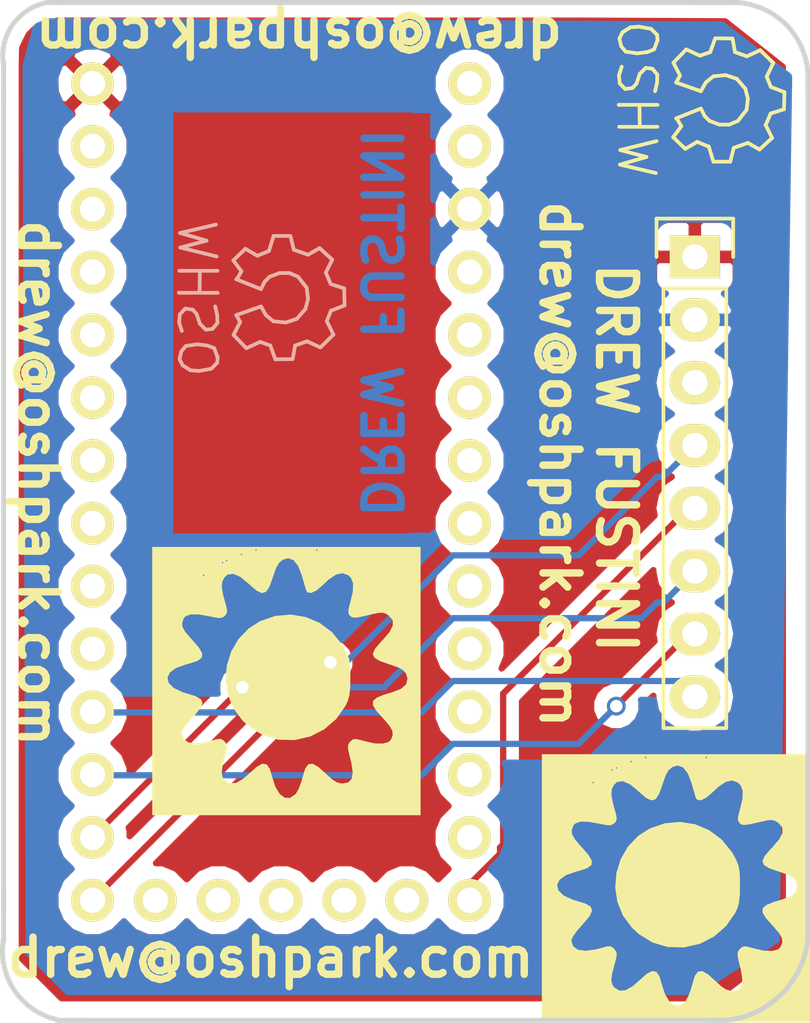
<source format=kicad_pcb>
(kicad_pcb (version 4) (host pcbnew 4.0.2-1.fc23-product)

  (general
    (links 7)
    (no_connects 0)
    (area 134.601193 91.134385 167.96202 138.227614)
    (thickness 1.6)
    (drawings 23)
    (tracks 39)
    (zones 0)
    (modules 7)
    (nets 35)
  )

  (page A4)
  (layers
    (0 F.Cu signal)
    (31 B.Cu signal)
    (32 B.Adhes user hide)
    (33 F.Adhes user hide)
    (34 B.Paste user hide)
    (35 F.Paste user hide)
    (36 B.SilkS user)
    (37 F.SilkS user)
    (38 B.Mask user)
    (39 F.Mask user)
    (40 Dwgs.User user hide)
    (41 Cmts.User user hide)
    (42 Eco1.User user hide)
    (43 Eco2.User user hide)
    (44 Edge.Cuts user)
    (45 Margin user hide)
    (46 B.CrtYd user hide)
    (47 F.CrtYd user hide)
    (48 B.Fab user hide)
    (49 F.Fab user hide)
  )

  (setup
    (last_trace_width 0.254)
    (trace_clearance 0.1524)
    (zone_clearance 0.508)
    (zone_45_only no)
    (trace_min 0.254)
    (segment_width 0.2)
    (edge_width 0.2)
    (via_size 0.762)
    (via_drill 0.508)
    (via_min_size 0.762)
    (via_min_drill 0.508)
    (uvia_size 0.3)
    (uvia_drill 0.1)
    (uvias_allowed no)
    (uvia_min_size 0)
    (uvia_min_drill 0)
    (pcb_text_width 0.3)
    (pcb_text_size 1.5 1.5)
    (mod_edge_width 0.15)
    (mod_text_size 1 1)
    (mod_text_width 0.15)
    (pad_size 1.524 1.524)
    (pad_drill 0.762)
    (pad_to_mask_clearance 0.2)
    (aux_axis_origin 0 0)
    (visible_elements FFFFFF7F)
    (pcbplotparams
      (layerselection 0x00030_80000001)
      (usegerberextensions false)
      (excludeedgelayer true)
      (linewidth 0.100000)
      (plotframeref false)
      (viasonmask false)
      (mode 1)
      (useauxorigin false)
      (hpglpennumber 1)
      (hpglpenspeed 20)
      (hpglpendiameter 15)
      (hpglpenoverlay 2)
      (psnegative false)
      (psa4output false)
      (plotreference true)
      (plotvalue true)
      (plotinvisibletext false)
      (padsonsilk false)
      (subtractmaskfromsilk false)
      (outputformat 1)
      (mirror false)
      (drillshape 1)
      (scaleselection 1)
      (outputdirectory ""))
  )

  (net 0 "")
  (net 1 "Net-(J1-Pad0)")
  (net 2 "Net-(J1-Pad1)")
  (net 3 "Net-(J1-Pad2)")
  (net 4 "Net-(J1-Pad3)")
  (net 5 "Net-(J1-Pad5)")
  (net 6 "Net-(J1-Pad6)")
  (net 7 "Net-(J1-Pad7)")
  (net 8 "Net-(J1-Pad8)")
  (net 9 "Net-(J1-Pad17A)")
  (net 10 "Net-(J1-Pad3V1)")
  (net 11 "Net-(J1-PadG2)")
  (net 12 "Net-(J1-PadPGM)")
  (net 13 "Net-(J1-PadDAC)")
  (net 14 "Net-(J1-Pad16)")
  (net 15 "Net-(J1-Pad17)")
  (net 16 "Net-(J1-PadG3)")
  (net 17 "Net-(J1-Pad22)")
  (net 18 "Net-(J1-PadVIN)")
  (net 19 "Net-(J1-Pad21)")
  (net 20 "Net-(J1-Pad20)")
  (net 21 "Net-(J1-Pad23)")
  (net 22 "Net-(J1-Pad14)")
  (net 23 "Net-(J1-Pad15)")
  (net 24 /CS)
  (net 25 /RST)
  (net 26 /GND)
  (net 27 /VIN)
  (net 28 "Net-(J1-Pad4)")
  (net 29 /Data)
  (net 30 /CLK)
  (net 31 /DC)
  (net 32 "Net-(J1-Pad18)")
  (net 33 "Net-(J1-Pad19)")
  (net 34 "Net-(J2-Pad3)")

  (net_class Default "This is the default net class."
    (clearance 0.1524)
    (trace_width 0.254)
    (via_dia 0.762)
    (via_drill 0.508)
    (uvia_dia 0.3)
    (uvia_drill 0.1)
    (add_net /CLK)
    (add_net /CS)
    (add_net /DC)
    (add_net /Data)
    (add_net /GND)
    (add_net /RST)
    (add_net /VIN)
    (add_net "Net-(J1-Pad0)")
    (add_net "Net-(J1-Pad1)")
    (add_net "Net-(J1-Pad14)")
    (add_net "Net-(J1-Pad15)")
    (add_net "Net-(J1-Pad16)")
    (add_net "Net-(J1-Pad17)")
    (add_net "Net-(J1-Pad17A)")
    (add_net "Net-(J1-Pad18)")
    (add_net "Net-(J1-Pad19)")
    (add_net "Net-(J1-Pad2)")
    (add_net "Net-(J1-Pad20)")
    (add_net "Net-(J1-Pad21)")
    (add_net "Net-(J1-Pad22)")
    (add_net "Net-(J1-Pad23)")
    (add_net "Net-(J1-Pad3)")
    (add_net "Net-(J1-Pad3V1)")
    (add_net "Net-(J1-Pad4)")
    (add_net "Net-(J1-Pad5)")
    (add_net "Net-(J1-Pad6)")
    (add_net "Net-(J1-Pad7)")
    (add_net "Net-(J1-Pad8)")
    (add_net "Net-(J1-PadDAC)")
    (add_net "Net-(J1-PadG2)")
    (add_net "Net-(J1-PadG3)")
    (add_net "Net-(J1-PadPGM)")
    (add_net "Net-(J1-PadVIN)")
    (add_net "Net-(J2-Pad3)")
  )

  (module Wickerlib:TEENSY-LC (layer F.Cu) (tedit 5773C019) (tstamp 5774F54A)
    (at 148.5011 105.0036)
    (path /573A858B)
    (fp_text reference J1 (at 2.8829 20.2184) (layer F.SilkS) hide
      (effects (font (size 1 1) (thickness 0.15)))
    )
    (fp_text value TEENSY-LC (at -2.54 20.32 180) (layer F.Fab)
      (effects (font (size 1 1) (thickness 0.15)))
    )
    (fp_text user "TEENSY LC" (at -3.5941 10.5664) (layer F.SilkS) hide
      (effects (font (size 1 1) (thickness 0.15)))
    )
    (fp_line (start -11.43 24.13) (end 6.35 24.13) (layer F.CrtYd) (width 0.1524))
    (fp_line (start -11.43 -11.43) (end -11.43 24.13) (layer F.CrtYd) (width 0.1524))
    (fp_line (start 6.35 -11.43) (end -11.43 -11.43) (layer F.CrtYd) (width 0.1524))
    (fp_line (start 6.35 24.13) (end 6.35 -11.43) (layer F.CrtYd) (width 0.1524))
    (pad G1 thru_hole circle (at -10.16 -10.16) (size 1.7272 1.7272) (drill 1.016) (layers *.Cu *.Mask F.SilkS)
      (net 26 /GND))
    (pad 0 thru_hole circle (at -10.16 -7.62) (size 1.7272 1.7272) (drill 1.016) (layers *.Cu *.Mask F.SilkS)
      (net 1 "Net-(J1-Pad0)"))
    (pad 1 thru_hole circle (at -10.16 -5.08) (size 1.7272 1.7272) (drill 1.016) (layers *.Cu *.Mask F.SilkS)
      (net 2 "Net-(J1-Pad1)"))
    (pad 2 thru_hole circle (at -10.16 -2.54) (size 1.7272 1.7272) (drill 1.016) (layers *.Cu *.Mask F.SilkS)
      (net 3 "Net-(J1-Pad2)"))
    (pad 3 thru_hole circle (at -10.16 0) (size 1.7272 1.7272) (drill 1.016) (layers *.Cu *.Mask F.SilkS)
      (net 4 "Net-(J1-Pad3)"))
    (pad 4 thru_hole circle (at -10.16 2.54) (size 1.7272 1.7272) (drill 1.016) (layers *.Cu *.Mask F.SilkS)
      (net 28 "Net-(J1-Pad4)"))
    (pad 5 thru_hole circle (at -10.16 5.08) (size 1.7272 1.7272) (drill 1.016) (layers *.Cu *.Mask F.SilkS)
      (net 5 "Net-(J1-Pad5)"))
    (pad 6 thru_hole circle (at -10.16 7.62) (size 1.7272 1.7272) (drill 1.016) (layers *.Cu *.Mask F.SilkS)
      (net 6 "Net-(J1-Pad6)"))
    (pad 7 thru_hole circle (at -10.16 10.16) (size 1.7272 1.7272) (drill 1.016) (layers *.Cu *.Mask F.SilkS)
      (net 7 "Net-(J1-Pad7)"))
    (pad 8 thru_hole circle (at -10.16 12.7) (size 1.7272 1.7272) (drill 1.016) (layers *.Cu *.Mask F.SilkS)
      (net 8 "Net-(J1-Pad8)"))
    (pad 9 thru_hole circle (at -10.16 15.24) (size 1.7272 1.7272) (drill 1.016) (layers *.Cu *.Mask F.SilkS)
      (net 29 /Data))
    (pad 10 thru_hole circle (at -10.16 17.78) (size 1.7272 1.7272) (drill 1.016) (layers *.Cu *.Mask F.SilkS)
      (net 30 /CLK))
    (pad 11 thru_hole circle (at -10.16 20.32) (size 1.7272 1.7272) (drill 1.016) (layers *.Cu *.Mask F.SilkS)
      (net 31 /DC))
    (pad 12 thru_hole circle (at -10.16 22.86) (size 1.7272 1.7272) (drill 1.016) (layers *.Cu *.Mask F.SilkS)
      (net 24 /CS))
    (pad 17A thru_hole circle (at -7.62 22.86) (size 1.7272 1.7272) (drill 1.016) (layers *.Cu *.Mask F.SilkS)
      (net 9 "Net-(J1-Pad17A)"))
    (pad 3V1 thru_hole circle (at -5.08 22.86) (size 1.7272 1.7272) (drill 1.016) (layers *.Cu *.Mask F.SilkS)
      (net 10 "Net-(J1-Pad3V1)"))
    (pad G2 thru_hole circle (at -2.54 22.86) (size 1.7272 1.7272) (drill 1.016) (layers *.Cu *.Mask F.SilkS)
      (net 11 "Net-(J1-PadG2)"))
    (pad PGM thru_hole circle (at 0 22.86) (size 1.7272 1.7272) (drill 1.016) (layers *.Cu *.Mask F.SilkS)
      (net 12 "Net-(J1-PadPGM)"))
    (pad DAC thru_hole circle (at 2.54 22.86) (size 1.7272 1.7272) (drill 1.016) (layers *.Cu *.Mask F.SilkS)
      (net 13 "Net-(J1-PadDAC)"))
    (pad 13 thru_hole circle (at 5.08 22.86) (size 1.7272 1.7272) (drill 1.016) (layers *.Cu *.Mask F.SilkS)
      (net 25 /RST))
    (pad 16 thru_hole circle (at 5.08 15.24) (size 1.7272 1.7272) (drill 1.016) (layers *.Cu *.Mask F.SilkS)
      (net 14 "Net-(J1-Pad16)"))
    (pad 3V2 thru_hole circle (at 5.08 -5.08) (size 1.7272 1.7272) (drill 1.016) (layers *.Cu *.Mask F.SilkS)
      (net 27 /VIN))
    (pad 18 thru_hole circle (at 5.08 10.16) (size 1.7272 1.7272) (drill 1.016) (layers *.Cu *.Mask F.SilkS)
      (net 32 "Net-(J1-Pad18)"))
    (pad 17 thru_hole circle (at 5.08 12.7) (size 1.7272 1.7272) (drill 1.016) (layers *.Cu *.Mask F.SilkS)
      (net 15 "Net-(J1-Pad17)"))
    (pad G3 thru_hole circle (at 5.08 -7.62) (size 1.7272 1.7272) (drill 1.016) (layers *.Cu *.Mask F.SilkS)
      (net 16 "Net-(J1-PadG3)"))
    (pad 22 thru_hole circle (at 5.08 0) (size 1.7272 1.7272) (drill 1.016) (layers *.Cu *.Mask F.SilkS)
      (net 17 "Net-(J1-Pad22)"))
    (pad VIN thru_hole circle (at 5.08 -10.16) (size 1.7272 1.7272) (drill 1.016) (layers *.Cu *.Mask F.SilkS)
      (net 18 "Net-(J1-PadVIN)"))
    (pad 21 thru_hole circle (at 5.08 2.54) (size 1.7272 1.7272) (drill 1.016) (layers *.Cu *.Mask F.SilkS)
      (net 19 "Net-(J1-Pad21)"))
    (pad 20 thru_hole circle (at 5.08 5.08) (size 1.7272 1.7272) (drill 1.016) (layers *.Cu *.Mask F.SilkS)
      (net 20 "Net-(J1-Pad20)"))
    (pad 19 thru_hole circle (at 5.08 7.62) (size 1.7272 1.7272) (drill 1.016) (layers *.Cu *.Mask F.SilkS)
      (net 33 "Net-(J1-Pad19)"))
    (pad 23 thru_hole circle (at 5.08 -2.54) (size 1.7272 1.7272) (drill 1.016) (layers *.Cu *.Mask F.SilkS)
      (net 21 "Net-(J1-Pad23)"))
    (pad 14 thru_hole circle (at 5.08 20.32) (size 1.7272 1.7272) (drill 1.016) (layers *.Cu *.Mask F.SilkS)
      (net 22 "Net-(J1-Pad14)"))
    (pad 15 thru_hole circle (at 5.08 17.78) (size 1.7272 1.7272) (drill 1.016) (layers *.Cu *.Mask F.SilkS)
      (net 23 "Net-(J1-Pad15)"))
  )

  (module Wickerlib:Pin_Header_Straight_1x08 (layer F.Cu) (tedit 5773C005) (tstamp 5774F561)
    (at 162.687 101.854)
    (descr "Through hole pin header")
    (tags "pin header")
    (path /573AD5FE)
    (fp_text reference J2 (at 0 -5.1) (layer F.SilkS) hide
      (effects (font (size 1 1) (thickness 0.15)))
    )
    (fp_text value OLED_128x64 (at 0 -3.1) (layer F.Fab) hide
      (effects (font (size 1 1) (thickness 0.15)))
    )
    (fp_line (start -1.75 -1.75) (end -1.75 19.55) (layer F.CrtYd) (width 0.05))
    (fp_line (start 1.75 -1.75) (end 1.75 19.55) (layer F.CrtYd) (width 0.05))
    (fp_line (start -1.75 -1.75) (end 1.75 -1.75) (layer F.CrtYd) (width 0.05))
    (fp_line (start -1.75 19.55) (end 1.75 19.55) (layer F.CrtYd) (width 0.05))
    (fp_line (start 1.27 1.27) (end 1.27 19.05) (layer F.SilkS) (width 0.15))
    (fp_line (start 1.27 19.05) (end -1.27 19.05) (layer F.SilkS) (width 0.15))
    (fp_line (start -1.27 19.05) (end -1.27 1.27) (layer F.SilkS) (width 0.15))
    (fp_line (start 1.55 -1.55) (end 1.55 0) (layer F.SilkS) (width 0.15))
    (fp_line (start 1.27 1.27) (end -1.27 1.27) (layer F.SilkS) (width 0.15))
    (fp_line (start -1.55 0) (end -1.55 -1.55) (layer F.SilkS) (width 0.15))
    (fp_line (start -1.55 -1.55) (end 1.55 -1.55) (layer F.SilkS) (width 0.15))
    (pad 1 thru_hole rect (at 0 0) (size 2.032 1.7272) (drill 1.016) (layers *.Cu *.Mask F.SilkS)
      (net 26 /GND))
    (pad 2 thru_hole oval (at 0 2.54) (size 2.032 1.7272) (drill 1.016) (layers *.Cu *.Mask F.SilkS)
      (net 27 /VIN))
    (pad 3 thru_hole oval (at 0 5.08) (size 2.032 1.7272) (drill 1.016) (layers *.Cu *.Mask F.SilkS)
      (net 34 "Net-(J2-Pad3)"))
    (pad 4 thru_hole oval (at 0 7.62) (size 2.032 1.7272) (drill 1.016) (layers *.Cu *.Mask F.SilkS)
      (net 24 /CS))
    (pad 5 thru_hole oval (at 0 10.16) (size 2.032 1.7272) (drill 1.016) (layers *.Cu *.Mask F.SilkS)
      (net 25 /RST))
    (pad 6 thru_hole oval (at 0 12.7) (size 2.032 1.7272) (drill 1.016) (layers *.Cu *.Mask F.SilkS)
      (net 31 /DC))
    (pad 7 thru_hole oval (at 0 15.24) (size 2.032 1.7272) (drill 1.016) (layers *.Cu *.Mask F.SilkS)
      (net 30 /CLK))
    (pad 8 thru_hole oval (at 0 17.78) (size 2.032 1.7272) (drill 1.016) (layers *.Cu *.Mask F.SilkS)
      (net 29 /Data))
    (model Pin_Headers.3dshapes/Pin_Header_Straight_1x08.wrl
      (at (xyz 0 -0.35 0))
      (scale (xyz 1 1 1))
      (rotate (xyz 0 0 90))
    )
  )

  (module Wickerlib:Symbol_OSHW-Logo_SilkScreen (layer B.Cu) (tedit 5773BBD6) (tstamp 57750EBF)
    (at 146.05 103.505 90)
    (descr "Symbol, OSHW-Logo, Silk Screen,")
    (tags "Symbol, OSHW-Logo, Silk Screen,")
    (fp_text reference REF** (at 0.09906 4.38912 90) (layer B.SilkS) hide
      (effects (font (size 1 1) (thickness 0.15)) (justify mirror))
    )
    (fp_text value Symbol_OSHW-Logo_SilkScreen (at 0.30988 -6.56082 90) (layer B.Fab)
      (effects (font (size 1 1) (thickness 0.15)) (justify mirror))
    )
    (fp_line (start 1.66878 -2.68986) (end 2.02946 -4.16052) (layer B.SilkS) (width 0.15))
    (fp_line (start 2.02946 -4.16052) (end 2.30886 -3.0988) (layer B.SilkS) (width 0.15))
    (fp_line (start 2.30886 -3.0988) (end 2.61874 -4.17068) (layer B.SilkS) (width 0.15))
    (fp_line (start 2.61874 -4.17068) (end 2.9591 -2.72034) (layer B.SilkS) (width 0.15))
    (fp_line (start 0.24892 -3.38074) (end 1.03886 -3.37058) (layer B.SilkS) (width 0.15))
    (fp_line (start 1.03886 -3.37058) (end 1.04902 -3.38074) (layer B.SilkS) (width 0.15))
    (fp_line (start 1.04902 -3.38074) (end 1.04902 -3.37058) (layer B.SilkS) (width 0.15))
    (fp_line (start 1.08966 -2.65938) (end 1.08966 -4.20116) (layer B.SilkS) (width 0.15))
    (fp_line (start 0.20066 -2.64922) (end 0.20066 -4.21894) (layer B.SilkS) (width 0.15))
    (fp_line (start 0.20066 -4.21894) (end 0.21082 -4.20878) (layer B.SilkS) (width 0.15))
    (fp_line (start -0.35052 -2.75082) (end -0.70104 -2.66954) (layer B.SilkS) (width 0.15))
    (fp_line (start -0.70104 -2.66954) (end -1.02108 -2.65938) (layer B.SilkS) (width 0.15))
    (fp_line (start -1.02108 -2.65938) (end -1.25984 -2.86004) (layer B.SilkS) (width 0.15))
    (fp_line (start -1.25984 -2.86004) (end -1.29032 -3.12928) (layer B.SilkS) (width 0.15))
    (fp_line (start -1.29032 -3.12928) (end -1.04902 -3.37058) (layer B.SilkS) (width 0.15))
    (fp_line (start -1.04902 -3.37058) (end -0.6604 -3.50012) (layer B.SilkS) (width 0.15))
    (fp_line (start -0.6604 -3.50012) (end -0.48006 -3.66014) (layer B.SilkS) (width 0.15))
    (fp_line (start -0.48006 -3.66014) (end -0.43942 -3.95986) (layer B.SilkS) (width 0.15))
    (fp_line (start -0.43942 -3.95986) (end -0.67056 -4.18084) (layer B.SilkS) (width 0.15))
    (fp_line (start -0.67056 -4.18084) (end -0.9906 -4.20878) (layer B.SilkS) (width 0.15))
    (fp_line (start -0.9906 -4.20878) (end -1.34112 -4.09956) (layer B.SilkS) (width 0.15))
    (fp_line (start -2.37998 -2.64922) (end -2.6289 -2.66954) (layer B.SilkS) (width 0.15))
    (fp_line (start -2.6289 -2.66954) (end -2.8702 -2.91084) (layer B.SilkS) (width 0.15))
    (fp_line (start -2.8702 -2.91084) (end -2.9591 -3.40106) (layer B.SilkS) (width 0.15))
    (fp_line (start -2.9591 -3.40106) (end -2.93116 -3.74904) (layer B.SilkS) (width 0.15))
    (fp_line (start -2.93116 -3.74904) (end -2.7305 -4.06908) (layer B.SilkS) (width 0.15))
    (fp_line (start -2.7305 -4.06908) (end -2.47904 -4.191) (layer B.SilkS) (width 0.15))
    (fp_line (start -2.47904 -4.191) (end -2.16916 -4.11988) (layer B.SilkS) (width 0.15))
    (fp_line (start -2.16916 -4.11988) (end -1.95072 -3.93954) (layer B.SilkS) (width 0.15))
    (fp_line (start -1.95072 -3.93954) (end -1.8796 -3.4798) (layer B.SilkS) (width 0.15))
    (fp_line (start -1.8796 -3.4798) (end -1.9304 -3.07086) (layer B.SilkS) (width 0.15))
    (fp_line (start -1.9304 -3.07086) (end -2.03962 -2.78892) (layer B.SilkS) (width 0.15))
    (fp_line (start -2.03962 -2.78892) (end -2.4003 -2.65938) (layer B.SilkS) (width 0.15))
    (fp_line (start -1.78054 -0.92964) (end -2.03962 -1.49098) (layer B.SilkS) (width 0.15))
    (fp_line (start -2.03962 -1.49098) (end -1.50114 -2.00914) (layer B.SilkS) (width 0.15))
    (fp_line (start -1.50114 -2.00914) (end -0.98044 -1.7399) (layer B.SilkS) (width 0.15))
    (fp_line (start -0.98044 -1.7399) (end -0.70104 -1.89992) (layer B.SilkS) (width 0.15))
    (fp_line (start 0.73914 -1.8796) (end 1.06934 -1.6891) (layer B.SilkS) (width 0.15))
    (fp_line (start 1.06934 -1.6891) (end 1.50876 -2.0193) (layer B.SilkS) (width 0.15))
    (fp_line (start 1.50876 -2.0193) (end 1.9812 -1.52908) (layer B.SilkS) (width 0.15))
    (fp_line (start 1.9812 -1.52908) (end 1.69926 -1.04902) (layer B.SilkS) (width 0.15))
    (fp_line (start 1.69926 -1.04902) (end 1.88976 -0.57912) (layer B.SilkS) (width 0.15))
    (fp_line (start 1.88976 -0.57912) (end 2.49936 -0.39116) (layer B.SilkS) (width 0.15))
    (fp_line (start 2.49936 -0.39116) (end 2.49936 0.28956) (layer B.SilkS) (width 0.15))
    (fp_line (start 2.49936 0.28956) (end 1.94056 0.42926) (layer B.SilkS) (width 0.15))
    (fp_line (start 1.94056 0.42926) (end 1.7399 1.00076) (layer B.SilkS) (width 0.15))
    (fp_line (start 1.7399 1.00076) (end 2.00914 1.47066) (layer B.SilkS) (width 0.15))
    (fp_line (start 2.00914 1.47066) (end 1.53924 1.9812) (layer B.SilkS) (width 0.15))
    (fp_line (start 1.53924 1.9812) (end 1.02108 1.71958) (layer B.SilkS) (width 0.15))
    (fp_line (start 1.02108 1.71958) (end 0.55118 1.92024) (layer B.SilkS) (width 0.15))
    (fp_line (start 0.55118 1.92024) (end 0.381 2.46126) (layer B.SilkS) (width 0.15))
    (fp_line (start 0.381 2.46126) (end -0.30988 2.47904) (layer B.SilkS) (width 0.15))
    (fp_line (start -0.30988 2.47904) (end -0.5207 1.9304) (layer B.SilkS) (width 0.15))
    (fp_line (start -0.5207 1.9304) (end -0.9398 1.76022) (layer B.SilkS) (width 0.15))
    (fp_line (start -0.9398 1.76022) (end -1.49098 2.02946) (layer B.SilkS) (width 0.15))
    (fp_line (start -1.49098 2.02946) (end -2.00914 1.50114) (layer B.SilkS) (width 0.15))
    (fp_line (start -2.00914 1.50114) (end -1.76022 0.96012) (layer B.SilkS) (width 0.15))
    (fp_line (start -1.76022 0.96012) (end -1.9304 0.48006) (layer B.SilkS) (width 0.15))
    (fp_line (start -1.9304 0.48006) (end -2.47904 0.381) (layer B.SilkS) (width 0.15))
    (fp_line (start -2.47904 0.381) (end -2.4892 -0.32004) (layer B.SilkS) (width 0.15))
    (fp_line (start -2.4892 -0.32004) (end -1.9304 -0.5207) (layer B.SilkS) (width 0.15))
    (fp_line (start -1.9304 -0.5207) (end -1.7907 -0.91948) (layer B.SilkS) (width 0.15))
    (fp_line (start 0.35052 -0.89916) (end 0.65024 -0.7493) (layer B.SilkS) (width 0.15))
    (fp_line (start 0.65024 -0.7493) (end 0.8509 -0.55118) (layer B.SilkS) (width 0.15))
    (fp_line (start 0.8509 -0.55118) (end 1.00076 -0.14986) (layer B.SilkS) (width 0.15))
    (fp_line (start 1.00076 -0.14986) (end 1.00076 0.24892) (layer B.SilkS) (width 0.15))
    (fp_line (start 1.00076 0.24892) (end 0.8509 0.59944) (layer B.SilkS) (width 0.15))
    (fp_line (start 0.8509 0.59944) (end 0.39878 0.94996) (layer B.SilkS) (width 0.15))
    (fp_line (start 0.39878 0.94996) (end -0.0508 1.00076) (layer B.SilkS) (width 0.15))
    (fp_line (start -0.0508 1.00076) (end -0.44958 0.89916) (layer B.SilkS) (width 0.15))
    (fp_line (start -0.44958 0.89916) (end -0.8509 0.55118) (layer B.SilkS) (width 0.15))
    (fp_line (start -0.8509 0.55118) (end -1.00076 0.09906) (layer B.SilkS) (width 0.15))
    (fp_line (start -1.00076 0.09906) (end -0.94996 -0.39878) (layer B.SilkS) (width 0.15))
    (fp_line (start -0.94996 -0.39878) (end -0.70104 -0.70104) (layer B.SilkS) (width 0.15))
    (fp_line (start -0.70104 -0.70104) (end -0.35052 -0.89916) (layer B.SilkS) (width 0.15))
    (fp_line (start -0.35052 -0.89916) (end -0.70104 -1.89992) (layer B.SilkS) (width 0.15))
    (fp_line (start 0.35052 -0.89916) (end 0.7493 -1.89992) (layer B.SilkS) (width 0.15))
  )

  (module Wickerlib:Symbol_OSHW-Logo_SilkScreen (layer F.Cu) (tedit 5773C0FA) (tstamp 5775109D)
    (at 163.83 95.504 270)
    (descr "Symbol, OSHW-Logo, Silk Screen,")
    (tags "Symbol, OSHW-Logo, Silk Screen,")
    (fp_text reference REF** (at 0.09906 -4.38912 270) (layer F.SilkS) hide
      (effects (font (size 1 1) (thickness 0.15)))
    )
    (fp_text value Symbol_OSHW-Logo_SilkScreen (at 0.30988 6.56082 270) (layer F.Fab) hide
      (effects (font (size 1 1) (thickness 0.15)))
    )
    (fp_line (start 1.66878 2.68986) (end 2.02946 4.16052) (layer F.SilkS) (width 0.15))
    (fp_line (start 2.02946 4.16052) (end 2.30886 3.0988) (layer F.SilkS) (width 0.15))
    (fp_line (start 2.30886 3.0988) (end 2.61874 4.17068) (layer F.SilkS) (width 0.15))
    (fp_line (start 2.61874 4.17068) (end 2.9591 2.72034) (layer F.SilkS) (width 0.15))
    (fp_line (start 0.24892 3.38074) (end 1.03886 3.37058) (layer F.SilkS) (width 0.15))
    (fp_line (start 1.03886 3.37058) (end 1.04902 3.38074) (layer F.SilkS) (width 0.15))
    (fp_line (start 1.04902 3.38074) (end 1.04902 3.37058) (layer F.SilkS) (width 0.15))
    (fp_line (start 1.08966 2.65938) (end 1.08966 4.20116) (layer F.SilkS) (width 0.15))
    (fp_line (start 0.20066 2.64922) (end 0.20066 4.21894) (layer F.SilkS) (width 0.15))
    (fp_line (start 0.20066 4.21894) (end 0.21082 4.20878) (layer F.SilkS) (width 0.15))
    (fp_line (start -0.35052 2.75082) (end -0.70104 2.66954) (layer F.SilkS) (width 0.15))
    (fp_line (start -0.70104 2.66954) (end -1.02108 2.65938) (layer F.SilkS) (width 0.15))
    (fp_line (start -1.02108 2.65938) (end -1.25984 2.86004) (layer F.SilkS) (width 0.15))
    (fp_line (start -1.25984 2.86004) (end -1.29032 3.12928) (layer F.SilkS) (width 0.15))
    (fp_line (start -1.29032 3.12928) (end -1.04902 3.37058) (layer F.SilkS) (width 0.15))
    (fp_line (start -1.04902 3.37058) (end -0.6604 3.50012) (layer F.SilkS) (width 0.15))
    (fp_line (start -0.6604 3.50012) (end -0.48006 3.66014) (layer F.SilkS) (width 0.15))
    (fp_line (start -0.48006 3.66014) (end -0.43942 3.95986) (layer F.SilkS) (width 0.15))
    (fp_line (start -0.43942 3.95986) (end -0.67056 4.18084) (layer F.SilkS) (width 0.15))
    (fp_line (start -0.67056 4.18084) (end -0.9906 4.20878) (layer F.SilkS) (width 0.15))
    (fp_line (start -0.9906 4.20878) (end -1.34112 4.09956) (layer F.SilkS) (width 0.15))
    (fp_line (start -2.37998 2.64922) (end -2.6289 2.66954) (layer F.SilkS) (width 0.15))
    (fp_line (start -2.6289 2.66954) (end -2.8702 2.91084) (layer F.SilkS) (width 0.15))
    (fp_line (start -2.8702 2.91084) (end -2.9591 3.40106) (layer F.SilkS) (width 0.15))
    (fp_line (start -2.9591 3.40106) (end -2.93116 3.74904) (layer F.SilkS) (width 0.15))
    (fp_line (start -2.93116 3.74904) (end -2.7305 4.06908) (layer F.SilkS) (width 0.15))
    (fp_line (start -2.7305 4.06908) (end -2.47904 4.191) (layer F.SilkS) (width 0.15))
    (fp_line (start -2.47904 4.191) (end -2.16916 4.11988) (layer F.SilkS) (width 0.15))
    (fp_line (start -2.16916 4.11988) (end -1.95072 3.93954) (layer F.SilkS) (width 0.15))
    (fp_line (start -1.95072 3.93954) (end -1.8796 3.4798) (layer F.SilkS) (width 0.15))
    (fp_line (start -1.8796 3.4798) (end -1.9304 3.07086) (layer F.SilkS) (width 0.15))
    (fp_line (start -1.9304 3.07086) (end -2.03962 2.78892) (layer F.SilkS) (width 0.15))
    (fp_line (start -2.03962 2.78892) (end -2.4003 2.65938) (layer F.SilkS) (width 0.15))
    (fp_line (start -1.78054 0.92964) (end -2.03962 1.49098) (layer F.SilkS) (width 0.15))
    (fp_line (start -2.03962 1.49098) (end -1.50114 2.00914) (layer F.SilkS) (width 0.15))
    (fp_line (start -1.50114 2.00914) (end -0.98044 1.7399) (layer F.SilkS) (width 0.15))
    (fp_line (start -0.98044 1.7399) (end -0.70104 1.89992) (layer F.SilkS) (width 0.15))
    (fp_line (start 0.73914 1.8796) (end 1.06934 1.6891) (layer F.SilkS) (width 0.15))
    (fp_line (start 1.06934 1.6891) (end 1.50876 2.0193) (layer F.SilkS) (width 0.15))
    (fp_line (start 1.50876 2.0193) (end 1.9812 1.52908) (layer F.SilkS) (width 0.15))
    (fp_line (start 1.9812 1.52908) (end 1.69926 1.04902) (layer F.SilkS) (width 0.15))
    (fp_line (start 1.69926 1.04902) (end 1.88976 0.57912) (layer F.SilkS) (width 0.15))
    (fp_line (start 1.88976 0.57912) (end 2.49936 0.39116) (layer F.SilkS) (width 0.15))
    (fp_line (start 2.49936 0.39116) (end 2.49936 -0.28956) (layer F.SilkS) (width 0.15))
    (fp_line (start 2.49936 -0.28956) (end 1.94056 -0.42926) (layer F.SilkS) (width 0.15))
    (fp_line (start 1.94056 -0.42926) (end 1.7399 -1.00076) (layer F.SilkS) (width 0.15))
    (fp_line (start 1.7399 -1.00076) (end 2.00914 -1.47066) (layer F.SilkS) (width 0.15))
    (fp_line (start 2.00914 -1.47066) (end 1.53924 -1.9812) (layer F.SilkS) (width 0.15))
    (fp_line (start 1.53924 -1.9812) (end 1.02108 -1.71958) (layer F.SilkS) (width 0.15))
    (fp_line (start 1.02108 -1.71958) (end 0.55118 -1.92024) (layer F.SilkS) (width 0.15))
    (fp_line (start 0.55118 -1.92024) (end 0.381 -2.46126) (layer F.SilkS) (width 0.15))
    (fp_line (start 0.381 -2.46126) (end -0.30988 -2.47904) (layer F.SilkS) (width 0.15))
    (fp_line (start -0.30988 -2.47904) (end -0.5207 -1.9304) (layer F.SilkS) (width 0.15))
    (fp_line (start -0.5207 -1.9304) (end -0.9398 -1.76022) (layer F.SilkS) (width 0.15))
    (fp_line (start -0.9398 -1.76022) (end -1.49098 -2.02946) (layer F.SilkS) (width 0.15))
    (fp_line (start -1.49098 -2.02946) (end -2.00914 -1.50114) (layer F.SilkS) (width 0.15))
    (fp_line (start -2.00914 -1.50114) (end -1.76022 -0.96012) (layer F.SilkS) (width 0.15))
    (fp_line (start -1.76022 -0.96012) (end -1.9304 -0.48006) (layer F.SilkS) (width 0.15))
    (fp_line (start -1.9304 -0.48006) (end -2.47904 -0.381) (layer F.SilkS) (width 0.15))
    (fp_line (start -2.47904 -0.381) (end -2.4892 0.32004) (layer F.SilkS) (width 0.15))
    (fp_line (start -2.4892 0.32004) (end -1.9304 0.5207) (layer F.SilkS) (width 0.15))
    (fp_line (start -1.9304 0.5207) (end -1.7907 0.91948) (layer F.SilkS) (width 0.15))
    (fp_line (start 0.35052 0.89916) (end 0.65024 0.7493) (layer F.SilkS) (width 0.15))
    (fp_line (start 0.65024 0.7493) (end 0.8509 0.55118) (layer F.SilkS) (width 0.15))
    (fp_line (start 0.8509 0.55118) (end 1.00076 0.14986) (layer F.SilkS) (width 0.15))
    (fp_line (start 1.00076 0.14986) (end 1.00076 -0.24892) (layer F.SilkS) (width 0.15))
    (fp_line (start 1.00076 -0.24892) (end 0.8509 -0.59944) (layer F.SilkS) (width 0.15))
    (fp_line (start 0.8509 -0.59944) (end 0.39878 -0.94996) (layer F.SilkS) (width 0.15))
    (fp_line (start 0.39878 -0.94996) (end -0.0508 -1.00076) (layer F.SilkS) (width 0.15))
    (fp_line (start -0.0508 -1.00076) (end -0.44958 -0.89916) (layer F.SilkS) (width 0.15))
    (fp_line (start -0.44958 -0.89916) (end -0.8509 -0.55118) (layer F.SilkS) (width 0.15))
    (fp_line (start -0.8509 -0.55118) (end -1.00076 -0.09906) (layer F.SilkS) (width 0.15))
    (fp_line (start -1.00076 -0.09906) (end -0.94996 0.39878) (layer F.SilkS) (width 0.15))
    (fp_line (start -0.94996 0.39878) (end -0.70104 0.70104) (layer F.SilkS) (width 0.15))
    (fp_line (start -0.70104 0.70104) (end -0.35052 0.89916) (layer F.SilkS) (width 0.15))
    (fp_line (start -0.35052 0.89916) (end -0.70104 1.89992) (layer F.SilkS) (width 0.15))
    (fp_line (start 0.35052 0.89916) (end 0.7493 1.89992) (layer F.SilkS) (width 0.15))
  )

  (module teensy-big-oled:osh-park-logo-300dpi-normal-copper (layer F.Cu) (tedit 0) (tstamp 57752E6C)
    (at 145.923 99.695)
    (fp_text reference G*** (at 0 0) (layer F.SilkS) hide
      (effects (font (thickness 0.3)))
    )
    (fp_text value LOGO (at 0.75 0) (layer F.SilkS) hide
      (effects (font (thickness 0.3)))
    )
    (fp_poly (pts (xy 5.418667 5.418667) (xy -5.418666 5.418667) (xy -5.418666 -0.135446) (xy -4.811644 -0.135446)
      (xy -4.758089 0.083644) (xy -4.548395 0.288838) (xy -4.182755 0.46075) (xy -4.021666 0.508507)
      (xy -3.660479 0.620677) (xy -3.453471 0.742271) (xy -3.395926 0.895153) (xy -3.483128 1.101184)
      (xy -3.71036 1.382224) (xy -3.81 1.489585) (xy -4.019183 1.732901) (xy -4.170491 1.951115)
      (xy -4.233071 2.099338) (xy -4.233333 2.105551) (xy -4.164291 2.342962) (xy -3.9657 2.48533)
      (xy -3.650368 2.529314) (xy -3.231099 2.471574) (xy -3.034266 2.41837) (xy -2.790575 2.351854)
      (xy -2.648024 2.345492) (xy -2.547978 2.40336) (xy -2.497362 2.45567) (xy -2.420293 2.559141)
      (xy -2.397621 2.674409) (xy -2.428705 2.855113) (xy -2.489929 3.076248) (xy -2.586932 3.453707)
      (xy -2.616977 3.713386) (xy -2.58013 3.893008) (xy -2.491619 4.015619) (xy -2.277921 4.142551)
      (xy -2.029118 4.121663) (xy -1.734255 3.949825) (xy -1.484138 3.727775) (xy -1.186384 3.464034)
      (xy -0.962674 3.346225) (xy -0.797042 3.376846) (xy -0.673526 3.558398) (xy -0.58151 3.869116)
      (xy -0.449155 4.281436) (xy -0.273137 4.569514) (xy -0.068844 4.722891) (xy 0.148336 4.731105)
      (xy 0.363018 4.583697) (xy 0.401929 4.537647) (xy 0.511854 4.338258) (xy 0.617591 4.051291)
      (xy 0.666177 3.869116) (xy 0.764651 3.543331) (xy 0.890226 3.370827) (xy 1.058866 3.349106)
      (xy 1.286534 3.475666) (xy 1.568805 3.727775) (xy 1.831 3.967673) (xy 2.032708 4.098783)
      (xy 2.216499 4.146682) (xy 2.269311 4.148667) (xy 2.512329 4.100157) (xy 2.650103 3.94708)
      (xy 2.68635 3.678111) (xy 2.624789 3.281927) (xy 2.594039 3.159753) (xy 2.518527 2.859417)
      (xy 2.490608 2.674567) (xy 2.509501 2.558411) (xy 2.574425 2.464158) (xy 2.582272 2.455402)
      (xy 2.681275 2.36894) (xy 2.799179 2.348138) (xy 2.9945 2.389347) (xy 3.108209 2.422616)
      (xy 3.541668 2.520882) (xy 3.893218 2.535833) (xy 4.137843 2.468502) (xy 4.230355 2.376233)
      (xy 4.30162 2.191521) (xy 4.289095 2.01781) (xy 4.178548 1.817993) (xy 3.955753 1.554962)
      (xy 3.887431 1.481934) (xy 3.628669 1.186742) (xy 3.501108 0.967127) (xy 3.512635 0.801465)
      (xy 3.67113 0.668133) (xy 3.98448 0.545506) (xy 4.257835 0.465955) (xy 4.63233 0.322061)
      (xy 4.845119 0.136801) (xy 4.899805 -0.094497) (xy 4.842986 -0.292865) (xy 4.743119 -0.425028)
      (xy 4.554741 -0.538751) (xy 4.242271 -0.654124) (xy 4.15548 -0.681073) (xy 3.777727 -0.813275)
      (xy 3.56131 -0.945369) (xy 3.499802 -1.100266) (xy 3.586777 -1.300877) (xy 3.815808 -1.570111)
      (xy 3.885904 -1.642127) (xy 4.172867 -1.975498) (xy 4.309094 -2.247619) (xy 4.296959 -2.469568)
      (xy 4.138835 -2.652426) (xy 4.107019 -2.674336) (xy 3.984081 -2.74304) (xy 3.857302 -2.76894)
      (xy 3.677998 -2.751501) (xy 3.397485 -2.690186) (xy 3.295439 -2.665392) (xy 2.97341 -2.592159)
      (xy 2.772357 -2.565557) (xy 2.650966 -2.583881) (xy 2.577259 -2.635789) (xy 2.513399 -2.731274)
      (xy 2.508403 -2.866853) (xy 2.562989 -3.095362) (xy 2.584506 -3.168141) (xy 2.691704 -3.619132)
      (xy 2.700883 -3.949937) (xy 2.61056 -4.179489) (xy 2.497167 -4.28378) (xy 2.264875 -4.364723)
      (xy 2.007491 -4.308128) (xy 1.708512 -4.10762) (xy 1.476495 -3.88937) (xy 1.218623 -3.667429)
      (xy 1.004116 -3.564413) (xy 0.854381 -3.587581) (xy 0.8056 -3.661833) (xy 0.764477 -3.796559)
      (xy 0.69494 -4.036024) (xy 0.632204 -4.256951) (xy 0.478334 -4.656133) (xy 0.287855 -4.894814)
      (xy 0.063471 -4.970778) (xy -0.155707 -4.903627) (xy -0.298548 -4.781766) (xy -0.419449 -4.571573)
      (xy -0.539384 -4.23536) (xy -0.553439 -4.188997) (xy -0.68577 -3.817657) (xy -0.824697 -3.609402)
      (xy -0.991604 -3.558772) (xy -1.20787 -3.660308) (xy -1.494879 -3.908547) (xy -1.527324 -3.940274)
      (xy -1.862814 -4.216238) (xy -2.1496 -4.337585) (xy -2.382966 -4.303141) (xy -2.51223 -4.185401)
      (xy -2.598884 -4.009404) (xy -2.615446 -3.786484) (xy -2.561023 -3.476159) (xy -2.490983 -3.221241)
      (xy -2.41852 -2.955823) (xy -2.40099 -2.798497) (xy -2.438132 -2.697271) (xy -2.488057 -2.640323)
      (xy -2.591965 -2.567403) (xy -2.734632 -2.552035) (xy -2.970545 -2.591231) (xy -3.051533 -2.60945)
      (xy -3.532129 -2.695788) (xy -3.873687 -2.699132) (xy -4.08506 -2.618966) (xy -4.145688 -2.545566)
      (xy -4.217255 -2.359501) (xy -4.203944 -2.18465) (xy -4.091552 -1.983498) (xy -3.865875 -1.718533)
      (xy -3.81 -1.658918) (xy -3.538877 -1.347627) (xy -3.407534 -1.11802) (xy -3.420636 -0.949714)
      (xy -3.582848 -0.822326) (xy -3.898836 -0.715473) (xy -4.03354 -0.682206) (xy -4.449563 -0.537759)
      (xy -4.708866 -0.349043) (xy -4.811644 -0.135446) (xy -5.418666 -0.135446) (xy -5.418666 -4.275666)
      (xy -3.386666 -4.275666) (xy -3.344333 -4.233333) (xy -3.302 -4.275666) (xy -3.344333 -4.318)
      (xy -3.386666 -4.275666) (xy -5.418666 -4.275666) (xy -5.418666 -4.783666) (xy -2.624666 -4.783666)
      (xy -2.582333 -4.741333) (xy -2.54 -4.783666) (xy -2.582333 -4.826) (xy -2.624666 -4.783666)
      (xy -5.418666 -4.783666) (xy -5.418666 -4.868333) (xy -2.455333 -4.868333) (xy -2.413 -4.826)
      (xy -2.370666 -4.868333) (xy -2.413 -4.910666) (xy -2.455333 -4.868333) (xy -5.418666 -4.868333)
      (xy -5.418666 -5.122333) (xy -1.862666 -5.122333) (xy -1.820333 -5.08) (xy -1.778 -5.122333)
      (xy -1.820333 -5.164666) (xy -1.862666 -5.122333) (xy -5.418666 -5.122333) (xy -5.418666 -5.291666)
      (xy -1.27 -5.291666) (xy -1.227666 -5.249333) (xy -1.185333 -5.291666) (xy 1.185334 -5.291666)
      (xy 1.227667 -5.249333) (xy 1.27 -5.291666) (xy 1.227667 -5.334) (xy 1.185334 -5.291666)
      (xy -1.185333 -5.291666) (xy -1.227666 -5.334) (xy -1.27 -5.291666) (xy -5.418666 -5.291666)
      (xy -5.418666 -5.416061) (xy 0 -5.41612) (xy 5.418667 -5.416179) (xy 5.418667 5.418667)) (layer F.Mask) (width 0.01))
    (fp_poly (pts (xy 0.778728 -2.584594) (xy 1.3435 -2.345778) (xy 1.842256 -1.972256) (xy 2.250073 -1.471842)
      (xy 2.31997 -1.354666) (xy 2.448084 -1.111893) (xy 2.526099 -0.903641) (xy 2.566172 -0.672892)
      (xy 2.58046 -0.362629) (xy 2.581726 -0.127) (xy 2.57327 0.27933) (xy 2.542645 0.569765)
      (xy 2.48082 0.797235) (xy 2.390653 0.992585) (xy 2.013118 1.530647) (xy 1.529181 1.94973)
      (xy 0.963595 2.237423) (xy 0.341118 2.381316) (xy -0.313494 2.368997) (xy -0.345402 2.364247)
      (xy -0.941136 2.187413) (xy -1.487405 1.853544) (xy -1.775566 1.590873) (xy -2.140812 1.097482)
      (xy -2.36427 0.546567) (xy -2.450779 -0.03469) (xy -2.405177 -0.619113) (xy -2.232303 -1.179521)
      (xy -1.936996 -1.688736) (xy -1.524095 -2.119579) (xy -1.062433 -2.414703) (xy -0.449162 -2.626868)
      (xy 0.172866 -2.680894) (xy 0.778728 -2.584594)) (layer F.Mask) (width 0.01))
  )

  (module teensy-big-oled:osh-park-logo-300dpi-normal-silk (layer F.Cu) (tedit 0) (tstamp 57752FC8)
    (at 146.177 118.999)
    (fp_text reference G*** (at 0 0) (layer F.SilkS) hide
      (effects (font (thickness 0.3)))
    )
    (fp_text value LOGO (at 0.75 0) (layer F.SilkS) hide
      (effects (font (thickness 0.3)))
    )
    (fp_poly (pts (xy 5.418667 5.418667) (xy -5.418666 5.418667) (xy -5.418666 -0.135446) (xy -4.811644 -0.135446)
      (xy -4.758089 0.083644) (xy -4.548395 0.288838) (xy -4.182755 0.46075) (xy -4.021666 0.508507)
      (xy -3.660479 0.620677) (xy -3.453471 0.742271) (xy -3.395926 0.895153) (xy -3.483128 1.101184)
      (xy -3.71036 1.382224) (xy -3.81 1.489585) (xy -4.019183 1.732901) (xy -4.170491 1.951115)
      (xy -4.233071 2.099338) (xy -4.233333 2.105551) (xy -4.164291 2.342962) (xy -3.9657 2.48533)
      (xy -3.650368 2.529314) (xy -3.231099 2.471574) (xy -3.034266 2.41837) (xy -2.790575 2.351854)
      (xy -2.648024 2.345492) (xy -2.547978 2.40336) (xy -2.497362 2.45567) (xy -2.420293 2.559141)
      (xy -2.397621 2.674409) (xy -2.428705 2.855113) (xy -2.489929 3.076248) (xy -2.586932 3.453707)
      (xy -2.616977 3.713386) (xy -2.58013 3.893008) (xy -2.491619 4.015619) (xy -2.277921 4.142551)
      (xy -2.029118 4.121663) (xy -1.734255 3.949825) (xy -1.484138 3.727775) (xy -1.186384 3.464034)
      (xy -0.962674 3.346225) (xy -0.797042 3.376846) (xy -0.673526 3.558398) (xy -0.58151 3.869116)
      (xy -0.449155 4.281436) (xy -0.273137 4.569514) (xy -0.068844 4.722891) (xy 0.148336 4.731105)
      (xy 0.363018 4.583697) (xy 0.401929 4.537647) (xy 0.511854 4.338258) (xy 0.617591 4.051291)
      (xy 0.666177 3.869116) (xy 0.764651 3.543331) (xy 0.890226 3.370827) (xy 1.058866 3.349106)
      (xy 1.286534 3.475666) (xy 1.568805 3.727775) (xy 1.831 3.967673) (xy 2.032708 4.098783)
      (xy 2.216499 4.146682) (xy 2.269311 4.148667) (xy 2.512329 4.100157) (xy 2.650103 3.94708)
      (xy 2.68635 3.678111) (xy 2.624789 3.281927) (xy 2.594039 3.159753) (xy 2.518527 2.859417)
      (xy 2.490608 2.674567) (xy 2.509501 2.558411) (xy 2.574425 2.464158) (xy 2.582272 2.455402)
      (xy 2.681275 2.36894) (xy 2.799179 2.348138) (xy 2.9945 2.389347) (xy 3.108209 2.422616)
      (xy 3.541668 2.520882) (xy 3.893218 2.535833) (xy 4.137843 2.468502) (xy 4.230355 2.376233)
      (xy 4.30162 2.191521) (xy 4.289095 2.01781) (xy 4.178548 1.817993) (xy 3.955753 1.554962)
      (xy 3.887431 1.481934) (xy 3.628669 1.186742) (xy 3.501108 0.967127) (xy 3.512635 0.801465)
      (xy 3.67113 0.668133) (xy 3.98448 0.545506) (xy 4.257835 0.465955) (xy 4.63233 0.322061)
      (xy 4.845119 0.136801) (xy 4.899805 -0.094497) (xy 4.842986 -0.292865) (xy 4.743119 -0.425028)
      (xy 4.554741 -0.538751) (xy 4.242271 -0.654124) (xy 4.15548 -0.681073) (xy 3.777727 -0.813275)
      (xy 3.56131 -0.945369) (xy 3.499802 -1.100266) (xy 3.586777 -1.300877) (xy 3.815808 -1.570111)
      (xy 3.885904 -1.642127) (xy 4.172867 -1.975498) (xy 4.309094 -2.247619) (xy 4.296959 -2.469568)
      (xy 4.138835 -2.652426) (xy 4.107019 -2.674336) (xy 3.984081 -2.74304) (xy 3.857302 -2.76894)
      (xy 3.677998 -2.751501) (xy 3.397485 -2.690186) (xy 3.295439 -2.665392) (xy 2.97341 -2.592159)
      (xy 2.772357 -2.565557) (xy 2.650966 -2.583881) (xy 2.577259 -2.635789) (xy 2.513399 -2.731274)
      (xy 2.508403 -2.866853) (xy 2.562989 -3.095362) (xy 2.584506 -3.168141) (xy 2.691704 -3.619132)
      (xy 2.700883 -3.949937) (xy 2.61056 -4.179489) (xy 2.497167 -4.28378) (xy 2.264875 -4.364723)
      (xy 2.007491 -4.308128) (xy 1.708512 -4.10762) (xy 1.476495 -3.88937) (xy 1.218623 -3.667429)
      (xy 1.004116 -3.564413) (xy 0.854381 -3.587581) (xy 0.8056 -3.661833) (xy 0.764477 -3.796559)
      (xy 0.69494 -4.036024) (xy 0.632204 -4.256951) (xy 0.478334 -4.656133) (xy 0.287855 -4.894814)
      (xy 0.063471 -4.970778) (xy -0.155707 -4.903627) (xy -0.298548 -4.781766) (xy -0.419449 -4.571573)
      (xy -0.539384 -4.23536) (xy -0.553439 -4.188997) (xy -0.68577 -3.817657) (xy -0.824697 -3.609402)
      (xy -0.991604 -3.558772) (xy -1.20787 -3.660308) (xy -1.494879 -3.908547) (xy -1.527324 -3.940274)
      (xy -1.862814 -4.216238) (xy -2.1496 -4.337585) (xy -2.382966 -4.303141) (xy -2.51223 -4.185401)
      (xy -2.598884 -4.009404) (xy -2.615446 -3.786484) (xy -2.561023 -3.476159) (xy -2.490983 -3.221241)
      (xy -2.41852 -2.955823) (xy -2.40099 -2.798497) (xy -2.438132 -2.697271) (xy -2.488057 -2.640323)
      (xy -2.591965 -2.567403) (xy -2.734632 -2.552035) (xy -2.970545 -2.591231) (xy -3.051533 -2.60945)
      (xy -3.532129 -2.695788) (xy -3.873687 -2.699132) (xy -4.08506 -2.618966) (xy -4.145688 -2.545566)
      (xy -4.217255 -2.359501) (xy -4.203944 -2.18465) (xy -4.091552 -1.983498) (xy -3.865875 -1.718533)
      (xy -3.81 -1.658918) (xy -3.538877 -1.347627) (xy -3.407534 -1.11802) (xy -3.420636 -0.949714)
      (xy -3.582848 -0.822326) (xy -3.898836 -0.715473) (xy -4.03354 -0.682206) (xy -4.449563 -0.537759)
      (xy -4.708866 -0.349043) (xy -4.811644 -0.135446) (xy -5.418666 -0.135446) (xy -5.418666 -4.275666)
      (xy -3.386666 -4.275666) (xy -3.344333 -4.233333) (xy -3.302 -4.275666) (xy -3.344333 -4.318)
      (xy -3.386666 -4.275666) (xy -5.418666 -4.275666) (xy -5.418666 -4.783666) (xy -2.624666 -4.783666)
      (xy -2.582333 -4.741333) (xy -2.54 -4.783666) (xy -2.582333 -4.826) (xy -2.624666 -4.783666)
      (xy -5.418666 -4.783666) (xy -5.418666 -4.868333) (xy -2.455333 -4.868333) (xy -2.413 -4.826)
      (xy -2.370666 -4.868333) (xy -2.413 -4.910666) (xy -2.455333 -4.868333) (xy -5.418666 -4.868333)
      (xy -5.418666 -5.122333) (xy -1.862666 -5.122333) (xy -1.820333 -5.08) (xy -1.778 -5.122333)
      (xy -1.820333 -5.164666) (xy -1.862666 -5.122333) (xy -5.418666 -5.122333) (xy -5.418666 -5.291666)
      (xy -1.27 -5.291666) (xy -1.227666 -5.249333) (xy -1.185333 -5.291666) (xy 1.185334 -5.291666)
      (xy 1.227667 -5.249333) (xy 1.27 -5.291666) (xy 1.227667 -5.334) (xy 1.185334 -5.291666)
      (xy -1.185333 -5.291666) (xy -1.227666 -5.334) (xy -1.27 -5.291666) (xy -5.418666 -5.291666)
      (xy -5.418666 -5.416061) (xy 0 -5.41612) (xy 5.418667 -5.416179) (xy 5.418667 5.418667)) (layer F.SilkS) (width 0.01))
    (fp_poly (pts (xy 0.778728 -2.584594) (xy 1.3435 -2.345778) (xy 1.842256 -1.972256) (xy 2.250073 -1.471842)
      (xy 2.31997 -1.354666) (xy 2.448084 -1.111893) (xy 2.526099 -0.903641) (xy 2.566172 -0.672892)
      (xy 2.58046 -0.362629) (xy 2.581726 -0.127) (xy 2.57327 0.27933) (xy 2.542645 0.569765)
      (xy 2.48082 0.797235) (xy 2.390653 0.992585) (xy 2.013118 1.530647) (xy 1.529181 1.94973)
      (xy 0.963595 2.237423) (xy 0.341118 2.381316) (xy -0.313494 2.368997) (xy -0.345402 2.364247)
      (xy -0.941136 2.187413) (xy -1.487405 1.853544) (xy -1.775566 1.590873) (xy -2.140812 1.097482)
      (xy -2.36427 0.546567) (xy -2.450779 -0.03469) (xy -2.405177 -0.619113) (xy -2.232303 -1.179521)
      (xy -1.936996 -1.688736) (xy -1.524095 -2.119579) (xy -1.062433 -2.414703) (xy -0.449162 -2.626868)
      (xy 0.172866 -2.680894) (xy 0.778728 -2.584594)) (layer F.SilkS) (width 0.01))
  )

  (module teensy-big-oled:osh-park-logo-300dpi-normal-silk (layer F.Cu) (tedit 0) (tstamp 57752FD6)
    (at 161.925 127.381)
    (fp_text reference G*** (at 0 0) (layer F.SilkS) hide
      (effects (font (thickness 0.3)))
    )
    (fp_text value LOGO (at 0.75 0) (layer F.SilkS) hide
      (effects (font (thickness 0.3)))
    )
    (fp_poly (pts (xy 5.418667 5.418667) (xy -5.418666 5.418667) (xy -5.418666 -0.135446) (xy -4.811644 -0.135446)
      (xy -4.758089 0.083644) (xy -4.548395 0.288838) (xy -4.182755 0.46075) (xy -4.021666 0.508507)
      (xy -3.660479 0.620677) (xy -3.453471 0.742271) (xy -3.395926 0.895153) (xy -3.483128 1.101184)
      (xy -3.71036 1.382224) (xy -3.81 1.489585) (xy -4.019183 1.732901) (xy -4.170491 1.951115)
      (xy -4.233071 2.099338) (xy -4.233333 2.105551) (xy -4.164291 2.342962) (xy -3.9657 2.48533)
      (xy -3.650368 2.529314) (xy -3.231099 2.471574) (xy -3.034266 2.41837) (xy -2.790575 2.351854)
      (xy -2.648024 2.345492) (xy -2.547978 2.40336) (xy -2.497362 2.45567) (xy -2.420293 2.559141)
      (xy -2.397621 2.674409) (xy -2.428705 2.855113) (xy -2.489929 3.076248) (xy -2.586932 3.453707)
      (xy -2.616977 3.713386) (xy -2.58013 3.893008) (xy -2.491619 4.015619) (xy -2.277921 4.142551)
      (xy -2.029118 4.121663) (xy -1.734255 3.949825) (xy -1.484138 3.727775) (xy -1.186384 3.464034)
      (xy -0.962674 3.346225) (xy -0.797042 3.376846) (xy -0.673526 3.558398) (xy -0.58151 3.869116)
      (xy -0.449155 4.281436) (xy -0.273137 4.569514) (xy -0.068844 4.722891) (xy 0.148336 4.731105)
      (xy 0.363018 4.583697) (xy 0.401929 4.537647) (xy 0.511854 4.338258) (xy 0.617591 4.051291)
      (xy 0.666177 3.869116) (xy 0.764651 3.543331) (xy 0.890226 3.370827) (xy 1.058866 3.349106)
      (xy 1.286534 3.475666) (xy 1.568805 3.727775) (xy 1.831 3.967673) (xy 2.032708 4.098783)
      (xy 2.216499 4.146682) (xy 2.269311 4.148667) (xy 2.512329 4.100157) (xy 2.650103 3.94708)
      (xy 2.68635 3.678111) (xy 2.624789 3.281927) (xy 2.594039 3.159753) (xy 2.518527 2.859417)
      (xy 2.490608 2.674567) (xy 2.509501 2.558411) (xy 2.574425 2.464158) (xy 2.582272 2.455402)
      (xy 2.681275 2.36894) (xy 2.799179 2.348138) (xy 2.9945 2.389347) (xy 3.108209 2.422616)
      (xy 3.541668 2.520882) (xy 3.893218 2.535833) (xy 4.137843 2.468502) (xy 4.230355 2.376233)
      (xy 4.30162 2.191521) (xy 4.289095 2.01781) (xy 4.178548 1.817993) (xy 3.955753 1.554962)
      (xy 3.887431 1.481934) (xy 3.628669 1.186742) (xy 3.501108 0.967127) (xy 3.512635 0.801465)
      (xy 3.67113 0.668133) (xy 3.98448 0.545506) (xy 4.257835 0.465955) (xy 4.63233 0.322061)
      (xy 4.845119 0.136801) (xy 4.899805 -0.094497) (xy 4.842986 -0.292865) (xy 4.743119 -0.425028)
      (xy 4.554741 -0.538751) (xy 4.242271 -0.654124) (xy 4.15548 -0.681073) (xy 3.777727 -0.813275)
      (xy 3.56131 -0.945369) (xy 3.499802 -1.100266) (xy 3.586777 -1.300877) (xy 3.815808 -1.570111)
      (xy 3.885904 -1.642127) (xy 4.172867 -1.975498) (xy 4.309094 -2.247619) (xy 4.296959 -2.469568)
      (xy 4.138835 -2.652426) (xy 4.107019 -2.674336) (xy 3.984081 -2.74304) (xy 3.857302 -2.76894)
      (xy 3.677998 -2.751501) (xy 3.397485 -2.690186) (xy 3.295439 -2.665392) (xy 2.97341 -2.592159)
      (xy 2.772357 -2.565557) (xy 2.650966 -2.583881) (xy 2.577259 -2.635789) (xy 2.513399 -2.731274)
      (xy 2.508403 -2.866853) (xy 2.562989 -3.095362) (xy 2.584506 -3.168141) (xy 2.691704 -3.619132)
      (xy 2.700883 -3.949937) (xy 2.61056 -4.179489) (xy 2.497167 -4.28378) (xy 2.264875 -4.364723)
      (xy 2.007491 -4.308128) (xy 1.708512 -4.10762) (xy 1.476495 -3.88937) (xy 1.218623 -3.667429)
      (xy 1.004116 -3.564413) (xy 0.854381 -3.587581) (xy 0.8056 -3.661833) (xy 0.764477 -3.796559)
      (xy 0.69494 -4.036024) (xy 0.632204 -4.256951) (xy 0.478334 -4.656133) (xy 0.287855 -4.894814)
      (xy 0.063471 -4.970778) (xy -0.155707 -4.903627) (xy -0.298548 -4.781766) (xy -0.419449 -4.571573)
      (xy -0.539384 -4.23536) (xy -0.553439 -4.188997) (xy -0.68577 -3.817657) (xy -0.824697 -3.609402)
      (xy -0.991604 -3.558772) (xy -1.20787 -3.660308) (xy -1.494879 -3.908547) (xy -1.527324 -3.940274)
      (xy -1.862814 -4.216238) (xy -2.1496 -4.337585) (xy -2.382966 -4.303141) (xy -2.51223 -4.185401)
      (xy -2.598884 -4.009404) (xy -2.615446 -3.786484) (xy -2.561023 -3.476159) (xy -2.490983 -3.221241)
      (xy -2.41852 -2.955823) (xy -2.40099 -2.798497) (xy -2.438132 -2.697271) (xy -2.488057 -2.640323)
      (xy -2.591965 -2.567403) (xy -2.734632 -2.552035) (xy -2.970545 -2.591231) (xy -3.051533 -2.60945)
      (xy -3.532129 -2.695788) (xy -3.873687 -2.699132) (xy -4.08506 -2.618966) (xy -4.145688 -2.545566)
      (xy -4.217255 -2.359501) (xy -4.203944 -2.18465) (xy -4.091552 -1.983498) (xy -3.865875 -1.718533)
      (xy -3.81 -1.658918) (xy -3.538877 -1.347627) (xy -3.407534 -1.11802) (xy -3.420636 -0.949714)
      (xy -3.582848 -0.822326) (xy -3.898836 -0.715473) (xy -4.03354 -0.682206) (xy -4.449563 -0.537759)
      (xy -4.708866 -0.349043) (xy -4.811644 -0.135446) (xy -5.418666 -0.135446) (xy -5.418666 -4.275666)
      (xy -3.386666 -4.275666) (xy -3.344333 -4.233333) (xy -3.302 -4.275666) (xy -3.344333 -4.318)
      (xy -3.386666 -4.275666) (xy -5.418666 -4.275666) (xy -5.418666 -4.783666) (xy -2.624666 -4.783666)
      (xy -2.582333 -4.741333) (xy -2.54 -4.783666) (xy -2.582333 -4.826) (xy -2.624666 -4.783666)
      (xy -5.418666 -4.783666) (xy -5.418666 -4.868333) (xy -2.455333 -4.868333) (xy -2.413 -4.826)
      (xy -2.370666 -4.868333) (xy -2.413 -4.910666) (xy -2.455333 -4.868333) (xy -5.418666 -4.868333)
      (xy -5.418666 -5.122333) (xy -1.862666 -5.122333) (xy -1.820333 -5.08) (xy -1.778 -5.122333)
      (xy -1.820333 -5.164666) (xy -1.862666 -5.122333) (xy -5.418666 -5.122333) (xy -5.418666 -5.291666)
      (xy -1.27 -5.291666) (xy -1.227666 -5.249333) (xy -1.185333 -5.291666) (xy 1.185334 -5.291666)
      (xy 1.227667 -5.249333) (xy 1.27 -5.291666) (xy 1.227667 -5.334) (xy 1.185334 -5.291666)
      (xy -1.185333 -5.291666) (xy -1.227666 -5.334) (xy -1.27 -5.291666) (xy -5.418666 -5.291666)
      (xy -5.418666 -5.416061) (xy 0 -5.41612) (xy 5.418667 -5.416179) (xy 5.418667 5.418667)) (layer F.SilkS) (width 0.01))
    (fp_poly (pts (xy 0.778728 -2.584594) (xy 1.3435 -2.345778) (xy 1.842256 -1.972256) (xy 2.250073 -1.471842)
      (xy 2.31997 -1.354666) (xy 2.448084 -1.111893) (xy 2.526099 -0.903641) (xy 2.566172 -0.672892)
      (xy 2.58046 -0.362629) (xy 2.581726 -0.127) (xy 2.57327 0.27933) (xy 2.542645 0.569765)
      (xy 2.48082 0.797235) (xy 2.390653 0.992585) (xy 2.013118 1.530647) (xy 1.529181 1.94973)
      (xy 0.963595 2.237423) (xy 0.341118 2.381316) (xy -0.313494 2.368997) (xy -0.345402 2.364247)
      (xy -0.941136 2.187413) (xy -1.487405 1.853544) (xy -1.775566 1.590873) (xy -2.140812 1.097482)
      (xy -2.36427 0.546567) (xy -2.450779 -0.03469) (xy -2.405177 -0.619113) (xy -2.232303 -1.179521)
      (xy -1.936996 -1.688736) (xy -1.524095 -2.119579) (xy -1.062433 -2.414703) (xy -0.449162 -2.626868)
      (xy 0.172866 -2.680894) (xy 0.778728 -2.584594)) (layer F.SilkS) (width 0.01))
  )

  (gr_text "drew@oshpark.com\n" (at 146.685 92.964 180) (layer F.SilkS)
    (effects (font (size 1.5 1.5) (thickness 0.3)))
  )
  (gr_text "drew@oshpark.com\n" (at 136.144 110.998 270) (layer F.SilkS)
    (effects (font (size 1.5 1.5) (thickness 0.3)))
  )
  (gr_text "drew@oshpark.com\n" (at 145.542 130.175) (layer F.SilkS)
    (effects (font (size 1.5 1.5) (thickness 0.3)))
  )
  (gr_text "drew@oshpark.com\n" (at 157.226 110.236 270) (layer F.SilkS)
    (effects (font (size 1.5 1.5) (thickness 0.3)))
  )
  (gr_text "DREW FUSTINI" (at 159.512 109.982 270) (layer F.SilkS)
    (effects (font (size 1.5 1.5) (thickness 0.3)))
  )
  (gr_text "DREW FUSTINI" (at 149.987 104.521 270) (layer B.Cu)
    (effects (font (size 1.5 1.5) (thickness 0.3)) (justify mirror))
  )
  (gr_text "DREW FUSTINI" (at 149.987 104.521 270) (layer B.Mask)
    (effects (font (size 1.5 1.5) (thickness 0.3)) (justify mirror))
  )
  (gr_line (start 136.525 91.567) (end 137.16 91.567) (angle 90) (layer Edge.Cuts) (width 0.2))
  (gr_line (start 134.747 93.98) (end 134.747 95.504) (angle 90) (layer Edge.Cuts) (width 0.2))
  (gr_arc (start 136.906 93.726) (end 134.747 94.107) (angle 90) (layer Edge.Cuts) (width 0.2))
  (gr_line (start 162.56 91.567) (end 164.465 91.567) (angle 90) (layer Edge.Cuts) (width 0.2))
  (gr_line (start 167.259 95.377) (end 167.259 94.488) (angle 90) (layer Edge.Cuts) (width 0.2))
  (gr_arc (start 164.211 94.615) (end 164.338 91.567) (angle 90) (layer Edge.Cuts) (width 0.2))
  (gr_line (start 134.747 128.397) (end 134.747 129.54) (angle 90) (layer Edge.Cuts) (width 0.2))
  (gr_line (start 136.906 132.715) (end 138.176 132.715) (angle 90) (layer Edge.Cuts) (width 0.2))
  (gr_line (start 167.259 128.651) (end 167.259 129.54) (angle 90) (layer Edge.Cuts) (width 0.2))
  (gr_arc (start 163.576 129.032) (end 167.259 129.413) (angle 90) (layer Edge.Cuts) (width 0.2))
  (gr_arc (start 137.541 129.921) (end 137.033 132.715) (angle 90) (layer Edge.Cuts) (width 0.2))
  (gr_line (start 167.259 94.742) (end 167.259 128.524) (angle 90) (layer Edge.Cuts) (width 0.2))
  (gr_line (start 134.747 128.397) (end 134.747 127.381) (angle 90) (layer Edge.Cuts) (width 0.2))
  (gr_line (start 134.747 95.25) (end 134.747 128.397) (angle 90) (layer Edge.Cuts) (width 0.2))
  (gr_line (start 137.414 132.715) (end 164.084 132.715) (angle 90) (layer Edge.Cuts) (width 0.2))
  (gr_line (start 137.033 91.567) (end 164.084 91.567) (angle 90) (layer Edge.Cuts) (width 0.2))

  (segment (start 162.687 109.474) (end 161.417 110.744) (width 0.254) (layer B.Cu) (net 24) (status 80000))
  (segment (start 161.417 110.744) (end 161.163 110.744) (width 0.254) (layer B.Cu) (net 24) (status 80000))
  (segment (start 161.163 110.744) (end 157.988 113.919) (width 0.254) (layer B.Cu) (net 24) (status 80000))
  (segment (start 157.988 113.919) (end 152.908 113.919) (width 0.254) (layer B.Cu) (net 24) (status 80000))
  (segment (start 152.908 113.919) (end 148.59 118.237) (width 0.254) (layer B.Cu) (net 24) (status 80000))
  (segment (start 148.59 118.237) (end 147.955 118.237) (width 0.254) (layer B.Cu) (net 24) (status 80000))
  (via (at 147.955 118.237) (size 0.762) (layers F.Cu B.Cu) (net 24) (status 80000))
  (segment (start 147.955 118.237) (end 138.303 127.889) (width 0.254) (layer F.Cu) (net 24) (status 80000))
  (segment (start 138.303 127.889) (end 138.3411 127.8636) (width 0.254) (layer F.Cu) (net 24) (tstamp 5774F67D) (status 80000))
  (segment (start 162.687 112.014) (end 162.433 112.014) (width 0.254) (layer F.Cu) (net 25) (status 80000))
  (segment (start 162.433 112.014) (end 154.94 119.507) (width 0.254) (layer F.Cu) (net 25) (status 80000))
  (segment (start 154.94 119.507) (end 154.94 125.603) (width 0.254) (layer F.Cu) (net 25) (status 80000))
  (segment (start 154.94 125.603) (end 154.813 125.73) (width 0.254) (layer F.Cu) (net 25) (status 80000))
  (segment (start 154.813 125.73) (end 154.813 125.984) (width 0.254) (layer F.Cu) (net 25) (status 80000))
  (segment (start 154.813 125.984) (end 153.543 127.254) (width 0.254) (layer F.Cu) (net 25) (status 80000))
  (segment (start 153.543 127.254) (end 153.543 127.889) (width 0.254) (layer F.Cu) (net 25) (status 80000))
  (segment (start 153.543 127.889) (end 153.5811 127.8636) (width 0.254) (layer F.Cu) (net 25) (tstamp 5774F67B) (status 80000))
  (segment (start 162.687 119.634) (end 162.052 118.999) (width 0.254) (layer B.Cu) (net 29) (status 80000))
  (segment (start 162.052 118.999) (end 152.908 118.999) (width 0.254) (layer B.Cu) (net 29) (status 80000))
  (segment (start 152.908 118.999) (end 151.638 120.269) (width 0.254) (layer B.Cu) (net 29) (status 80000))
  (segment (start 151.638 120.269) (end 138.303 120.269) (width 0.254) (layer B.Cu) (net 29) (status 80000))
  (segment (start 138.303 120.269) (end 138.3411 120.2436) (width 0.254) (layer B.Cu) (net 29) (tstamp 5774F679) (status 80000))
  (segment (start 162.687 117.094) (end 162.433 117.094) (width 0.254) (layer F.Cu) (net 30) (status 80000))
  (segment (start 162.433 117.094) (end 159.512 120.015) (width 0.254) (layer F.Cu) (net 30) (status 80000))
  (via (at 159.512 120.015) (size 0.762) (layers F.Cu B.Cu) (net 30) (status 80000))
  (segment (start 159.512 120.015) (end 157.988 121.539) (width 0.254) (layer B.Cu) (net 30) (status 80000))
  (segment (start 157.988 121.539) (end 152.908 121.539) (width 0.254) (layer B.Cu) (net 30) (status 80000))
  (segment (start 152.908 121.539) (end 151.638 122.809) (width 0.254) (layer B.Cu) (net 30) (status 80000))
  (segment (start 151.638 122.809) (end 138.303 122.809) (width 0.254) (layer B.Cu) (net 30) (status 80000))
  (segment (start 138.303 122.809) (end 138.3411 122.7836) (width 0.254) (layer B.Cu) (net 30) (tstamp 5774F67A) (status 80000))
  (segment (start 162.687 114.554) (end 161.417 115.824) (width 0.254) (layer B.Cu) (net 31) (status 80000))
  (segment (start 161.417 115.824) (end 161.163 115.824) (width 0.254) (layer B.Cu) (net 31) (status 80000))
  (segment (start 161.163 115.824) (end 160.528 116.459) (width 0.254) (layer B.Cu) (net 31) (status 80000))
  (segment (start 160.528 116.459) (end 152.908 116.459) (width 0.254) (layer B.Cu) (net 31) (status 80000))
  (segment (start 152.908 116.459) (end 150.114 119.253) (width 0.254) (layer B.Cu) (net 31) (status 80000))
  (segment (start 150.114 119.253) (end 144.399 119.253) (width 0.254) (layer B.Cu) (net 31) (status 80000))
  (via (at 144.399 119.253) (size 0.762) (layers F.Cu B.Cu) (net 31) (status 80000))
  (segment (start 144.399 119.253) (end 138.303 125.349) (width 0.254) (layer F.Cu) (net 31) (status 80000))
  (segment (start 138.303 125.349) (end 138.3411 125.3236) (width 0.254) (layer F.Cu) (net 31) (tstamp 5774F67C) (status 80000))

  (zone (net 26) (net_name /GND) (layer F.Cu) (tstamp 5774F613) (hatch edge 0.508)
    (connect_pads (clearance 0.508))
    (min_thickness 0.254)
    (fill yes (arc_segments 16) (thermal_gap 0.508) (thermal_bridge_width 0.508))
    (polygon
      (pts
        (xy 135.763 92.583) (xy 137.16 92.075) (xy 163.957 92.202) (xy 166.37 94.107) (xy 166.37 129.794)
        (xy 163.576 131.953) (xy 137.033 131.953) (xy 135.255 130.175) (xy 135.255 93.599)
      )
    )
    (filled_polygon
      (pts
        (xy 163.912646 92.328792) (xy 166.243 94.168544) (xy 166.243 129.731638) (xy 163.532649 131.826) (xy 137.085606 131.826)
        (xy 135.495678 130.236072) (xy 135.482 129.406938) (xy 135.482 97.680382) (xy 136.842241 97.680382) (xy 137.069908 98.23138)
        (xy 137.491103 98.65331) (xy 137.492031 98.653695) (xy 137.07139 99.073603) (xy 136.842761 99.624202) (xy 136.842241 100.220382)
        (xy 137.069908 100.77138) (xy 137.491103 101.19331) (xy 137.492031 101.193695) (xy 137.07139 101.613603) (xy 136.842761 102.164202)
        (xy 136.842241 102.760382) (xy 137.069908 103.31138) (xy 137.491103 103.73331) (xy 137.492031 103.733695) (xy 137.07139 104.153603)
        (xy 136.842761 104.704202) (xy 136.842241 105.300382) (xy 137.069908 105.85138) (xy 137.491103 106.27331) (xy 137.492031 106.273695)
        (xy 137.07139 106.693603) (xy 136.842761 107.244202) (xy 136.842241 107.840382) (xy 137.069908 108.39138) (xy 137.491103 108.81331)
        (xy 137.492031 108.813695) (xy 137.07139 109.233603) (xy 136.842761 109.784202) (xy 136.842241 110.380382) (xy 137.069908 110.93138)
        (xy 137.491103 111.35331) (xy 137.492031 111.353695) (xy 137.07139 111.773603) (xy 136.842761 112.324202) (xy 136.842241 112.920382)
        (xy 137.069908 113.47138) (xy 137.491103 113.89331) (xy 137.492031 113.893695) (xy 137.07139 114.313603) (xy 136.842761 114.864202)
        (xy 136.842241 115.460382) (xy 137.069908 116.01138) (xy 137.491103 116.43331) (xy 137.492031 116.433695) (xy 137.07139 116.853603)
        (xy 136.842761 117.404202) (xy 136.842241 118.000382) (xy 137.069908 118.55138) (xy 137.491103 118.97331) (xy 137.492031 118.973695)
        (xy 137.07139 119.393603) (xy 136.842761 119.944202) (xy 136.842241 120.540382) (xy 137.069908 121.09138) (xy 137.491103 121.51331)
        (xy 137.492031 121.513695) (xy 137.07139 121.933603) (xy 136.842761 122.484202) (xy 136.842241 123.080382) (xy 137.069908 123.63138)
        (xy 137.491103 124.05331) (xy 137.492031 124.053695) (xy 137.07139 124.473603) (xy 136.842761 125.024202) (xy 136.842241 125.620382)
        (xy 137.069908 126.17138) (xy 137.491103 126.59331) (xy 137.492031 126.593695) (xy 137.07139 127.013603) (xy 136.842761 127.564202)
        (xy 136.842241 128.160382) (xy 137.069908 128.71138) (xy 137.491103 129.13331) (xy 138.041702 129.361939) (xy 138.637882 129.362459)
        (xy 139.18888 129.134792) (xy 139.61081 128.713597) (xy 139.611195 128.712669) (xy 140.031103 129.13331) (xy 140.581702 129.361939)
        (xy 141.177882 129.362459) (xy 141.72888 129.134792) (xy 142.15081 128.713597) (xy 142.151195 128.712669) (xy 142.571103 129.13331)
        (xy 143.121702 129.361939) (xy 143.717882 129.362459) (xy 144.26888 129.134792) (xy 144.69081 128.713597) (xy 144.691195 128.712669)
        (xy 145.111103 129.13331) (xy 145.661702 129.361939) (xy 146.257882 129.362459) (xy 146.80888 129.134792) (xy 147.23081 128.713597)
        (xy 147.231195 128.712669) (xy 147.651103 129.13331) (xy 148.201702 129.361939) (xy 148.797882 129.362459) (xy 149.34888 129.134792)
        (xy 149.77081 128.713597) (xy 149.771195 128.712669) (xy 150.191103 129.13331) (xy 150.741702 129.361939) (xy 151.337882 129.362459)
        (xy 151.88888 129.134792) (xy 152.31081 128.713597) (xy 152.311195 128.712669) (xy 152.731103 129.13331) (xy 153.281702 129.361939)
        (xy 153.877882 129.362459) (xy 154.42888 129.134792) (xy 154.85081 128.713597) (xy 155.079439 128.162998) (xy 155.079959 127.566818)
        (xy 154.854198 127.020433) (xy 155.351815 126.522816) (xy 155.516996 126.275605) (xy 155.518347 126.268815) (xy 155.571073 126.003741)
        (xy 155.643996 125.894605) (xy 155.668447 125.771682) (xy 155.702 125.603) (xy 155.702 119.82263) (xy 161.011855 114.512776)
        (xy 161.003655 114.554) (xy 161.117729 115.127489) (xy 161.442585 115.61367) (xy 161.757366 115.824) (xy 161.442585 116.03433)
        (xy 161.117729 116.520511) (xy 161.003655 117.094) (xy 161.062008 117.387362) (xy 159.450424 118.998946) (xy 159.310792 118.998824)
        (xy 158.937234 119.153175) (xy 158.651179 119.438731) (xy 158.496176 119.812018) (xy 158.495824 120.216208) (xy 158.650175 120.589766)
        (xy 158.935731 120.875821) (xy 159.309018 121.030824) (xy 159.713208 121.031176) (xy 160.086766 120.876825) (xy 160.372821 120.591269)
        (xy 160.527824 120.217982) (xy 160.527947 120.076683) (xy 161.011855 119.592775) (xy 161.003655 119.634) (xy 161.117729 120.207489)
        (xy 161.442585 120.69367) (xy 161.928766 121.018526) (xy 162.502255 121.1326) (xy 162.871745 121.1326) (xy 163.445234 121.018526)
        (xy 163.931415 120.69367) (xy 164.256271 120.207489) (xy 164.370345 119.634) (xy 164.256271 119.060511) (xy 163.931415 118.57433)
        (xy 163.616634 118.364) (xy 163.931415 118.15367) (xy 164.256271 117.667489) (xy 164.370345 117.094) (xy 164.256271 116.520511)
        (xy 163.931415 116.03433) (xy 163.616634 115.824) (xy 163.931415 115.61367) (xy 164.256271 115.127489) (xy 164.370345 114.554)
        (xy 164.256271 113.980511) (xy 163.931415 113.49433) (xy 163.616634 113.284) (xy 163.931415 113.07367) (xy 164.256271 112.587489)
        (xy 164.370345 112.014) (xy 164.256271 111.440511) (xy 163.931415 110.95433) (xy 163.616634 110.744) (xy 163.931415 110.53367)
        (xy 164.256271 110.047489) (xy 164.370345 109.474) (xy 164.256271 108.900511) (xy 163.931415 108.41433) (xy 163.616634 108.204)
        (xy 163.931415 107.99367) (xy 164.256271 107.507489) (xy 164.370345 106.934) (xy 164.256271 106.360511) (xy 163.931415 105.87433)
        (xy 163.616634 105.664) (xy 163.931415 105.45367) (xy 164.256271 104.967489) (xy 164.370345 104.394) (xy 164.256271 103.820511)
        (xy 163.931415 103.33433) (xy 163.90922 103.3195) (xy 164.062698 103.255927) (xy 164.241327 103.077299) (xy 164.338 102.84391)
        (xy 164.338 102.13975) (xy 164.17925 101.981) (xy 162.814 101.981) (xy 162.814 102.001) (xy 162.56 102.001)
        (xy 162.56 101.981) (xy 161.19475 101.981) (xy 161.036 102.13975) (xy 161.036 102.84391) (xy 161.132673 103.077299)
        (xy 161.311302 103.255927) (xy 161.46478 103.3195) (xy 161.442585 103.33433) (xy 161.117729 103.820511) (xy 161.003655 104.394)
        (xy 161.117729 104.967489) (xy 161.442585 105.45367) (xy 161.757366 105.664) (xy 161.442585 105.87433) (xy 161.117729 106.360511)
        (xy 161.003655 106.934) (xy 161.117729 107.507489) (xy 161.442585 107.99367) (xy 161.757366 108.204) (xy 161.442585 108.41433)
        (xy 161.117729 108.900511) (xy 161.003655 109.474) (xy 161.117729 110.047489) (xy 161.442585 110.53367) (xy 161.757366 110.744)
        (xy 161.442585 110.95433) (xy 161.117729 111.440511) (xy 161.003655 112.014) (xy 161.062008 112.307361) (xy 154.87569 118.49368)
        (xy 155.079439 118.002998) (xy 155.079959 117.406818) (xy 154.852292 116.85582) (xy 154.431097 116.43389) (xy 154.430169 116.433505)
        (xy 154.85081 116.013597) (xy 155.079439 115.462998) (xy 155.079959 114.866818) (xy 154.852292 114.31582) (xy 154.431097 113.89389)
        (xy 154.430169 113.893505) (xy 154.85081 113.473597) (xy 155.079439 112.922998) (xy 155.079959 112.326818) (xy 154.852292 111.77582)
        (xy 154.431097 111.35389) (xy 154.430169 111.353505) (xy 154.85081 110.933597) (xy 155.079439 110.382998) (xy 155.079959 109.786818)
        (xy 154.852292 109.23582) (xy 154.431097 108.81389) (xy 154.430169 108.813505) (xy 154.85081 108.393597) (xy 155.079439 107.842998)
        (xy 155.079959 107.246818) (xy 154.852292 106.69582) (xy 154.431097 106.27389) (xy 154.430169 106.273505) (xy 154.85081 105.853597)
        (xy 155.079439 105.302998) (xy 155.079959 104.706818) (xy 154.852292 104.15582) (xy 154.431097 103.73389) (xy 154.430169 103.733505)
        (xy 154.85081 103.313597) (xy 155.079439 102.762998) (xy 155.079959 102.166818) (xy 154.852292 101.61582) (xy 154.431097 101.19389)
        (xy 154.430169 101.193505) (xy 154.760159 100.86409) (xy 161.036 100.86409) (xy 161.036 101.56825) (xy 161.19475 101.727)
        (xy 162.56 101.727) (xy 162.56 100.51415) (xy 162.814 100.51415) (xy 162.814 101.727) (xy 164.17925 101.727)
        (xy 164.338 101.56825) (xy 164.338 100.86409) (xy 164.241327 100.630701) (xy 164.062698 100.452073) (xy 163.829309 100.3554)
        (xy 162.97275 100.3554) (xy 162.814 100.51415) (xy 162.56 100.51415) (xy 162.40125 100.3554) (xy 161.544691 100.3554)
        (xy 161.311302 100.452073) (xy 161.132673 100.630701) (xy 161.036 100.86409) (xy 154.760159 100.86409) (xy 154.85081 100.773597)
        (xy 155.079439 100.222998) (xy 155.079959 99.626818) (xy 154.852292 99.07582) (xy 154.431097 98.65389) (xy 154.430169 98.653505)
        (xy 154.85081 98.233597) (xy 155.079439 97.682998) (xy 155.079959 97.086818) (xy 154.852292 96.53582) (xy 154.431097 96.11389)
        (xy 154.430169 96.113505) (xy 154.85081 95.693597) (xy 155.079439 95.142998) (xy 155.079959 94.546818) (xy 154.852292 93.99582)
        (xy 154.431097 93.57389) (xy 153.880498 93.345261) (xy 153.284318 93.344741) (xy 152.73332 93.572408) (xy 152.31139 93.993603)
        (xy 152.082761 94.544202) (xy 152.082241 95.140382) (xy 152.309908 95.69138) (xy 152.731103 96.11331) (xy 152.732031 96.113695)
        (xy 152.31139 96.533603) (xy 152.082761 97.084202) (xy 152.082241 97.680382) (xy 152.309908 98.23138) (xy 152.731103 98.65331)
        (xy 152.732031 98.653695) (xy 152.31139 99.073603) (xy 152.082761 99.624202) (xy 152.082241 100.220382) (xy 152.309908 100.77138)
        (xy 152.731103 101.19331) (xy 152.732031 101.193695) (xy 152.31139 101.613603) (xy 152.082761 102.164202) (xy 152.082241 102.760382)
        (xy 152.309908 103.31138) (xy 152.731103 103.73331) (xy 152.732031 103.733695) (xy 152.31139 104.153603) (xy 152.082761 104.704202)
        (xy 152.082241 105.300382) (xy 152.309908 105.85138) (xy 152.731103 106.27331) (xy 152.732031 106.273695) (xy 152.31139 106.693603)
        (xy 152.082761 107.244202) (xy 152.082241 107.840382) (xy 152.309908 108.39138) (xy 152.731103 108.81331) (xy 152.732031 108.813695)
        (xy 152.31139 109.233603) (xy 152.082761 109.784202) (xy 152.082241 110.380382) (xy 152.309908 110.93138) (xy 152.731103 111.35331)
        (xy 152.732031 111.353695) (xy 152.31139 111.773603) (xy 152.082761 112.324202) (xy 152.082241 112.920382) (xy 152.309908 113.47138)
        (xy 152.731103 113.89331) (xy 152.732031 113.893695) (xy 152.31139 114.313603) (xy 152.082761 114.864202) (xy 152.082241 115.460382)
        (xy 152.309908 116.01138) (xy 152.731103 116.43331) (xy 152.732031 116.433695) (xy 152.31139 116.853603) (xy 152.082761 117.404202)
        (xy 152.082241 118.000382) (xy 152.309908 118.55138) (xy 152.731103 118.97331) (xy 152.732031 118.973695) (xy 152.31139 119.393603)
        (xy 152.082761 119.944202) (xy 152.082241 120.540382) (xy 152.309908 121.09138) (xy 152.731103 121.51331) (xy 152.732031 121.513695)
        (xy 152.31139 121.933603) (xy 152.082761 122.484202) (xy 152.082241 123.080382) (xy 152.309908 123.63138) (xy 152.731103 124.05331)
        (xy 152.732031 124.053695) (xy 152.31139 124.473603) (xy 152.082761 125.024202) (xy 152.082241 125.620382) (xy 152.309908 126.17138)
        (xy 152.731103 126.59331) (xy 152.732031 126.593695) (xy 152.31139 127.013603) (xy 152.311005 127.014531) (xy 151.891097 126.59389)
        (xy 151.340498 126.365261) (xy 150.744318 126.364741) (xy 150.19332 126.592408) (xy 149.77139 127.013603) (xy 149.771005 127.014531)
        (xy 149.351097 126.59389) (xy 148.800498 126.365261) (xy 148.204318 126.364741) (xy 147.65332 126.592408) (xy 147.23139 127.013603)
        (xy 147.231005 127.014531) (xy 146.811097 126.59389) (xy 146.260498 126.365261) (xy 145.664318 126.364741) (xy 145.11332 126.592408)
        (xy 144.69139 127.013603) (xy 144.691005 127.014531) (xy 144.271097 126.59389) (xy 143.720498 126.365261) (xy 143.124318 126.364741)
        (xy 142.57332 126.592408) (xy 142.15139 127.013603) (xy 142.151005 127.014531) (xy 141.731097 126.59389) (xy 141.180498 126.365261)
        (xy 140.90461 126.36502) (xy 148.016577 119.253054) (xy 148.156208 119.253176) (xy 148.529766 119.098825) (xy 148.815821 118.813269)
        (xy 148.970824 118.439982) (xy 148.971176 118.035792) (xy 148.816825 117.662234) (xy 148.531269 117.376179) (xy 148.157982 117.221176)
        (xy 147.753792 117.220824) (xy 147.380234 117.375175) (xy 147.094179 117.660731) (xy 146.939176 118.034018) (xy 146.939053 118.175316)
        (xy 139.839743 125.274627) (xy 139.839959 125.026818) (xy 139.79986 124.92977) (xy 144.460576 120.269054) (xy 144.600208 120.269176)
        (xy 144.973766 120.114825) (xy 145.259821 119.829269) (xy 145.414824 119.455982) (xy 145.415176 119.051792) (xy 145.260825 118.678234)
        (xy 144.975269 118.392179) (xy 144.601982 118.237176) (xy 144.197792 118.236824) (xy 143.824234 118.391175) (xy 143.538179 118.676731)
        (xy 143.383176 119.050018) (xy 143.383053 119.191317) (xy 139.839743 122.734627) (xy 139.839959 122.486818) (xy 139.612292 121.93582)
        (xy 139.191097 121.51389) (xy 139.190169 121.513505) (xy 139.61081 121.093597) (xy 139.839439 120.542998) (xy 139.839959 119.946818)
        (xy 139.612292 119.39582) (xy 139.191097 118.97389) (xy 139.190169 118.973505) (xy 139.61081 118.553597) (xy 139.839439 118.002998)
        (xy 139.839959 117.406818) (xy 139.612292 116.85582) (xy 139.191097 116.43389) (xy 139.190169 116.433505) (xy 139.61081 116.013597)
        (xy 139.839439 115.462998) (xy 139.839959 114.866818) (xy 139.612292 114.31582) (xy 139.191097 113.89389) (xy 139.190169 113.893505)
        (xy 139.61081 113.473597) (xy 139.839439 112.922998) (xy 139.839959 112.326818) (xy 139.612292 111.77582) (xy 139.191097 111.35389)
        (xy 139.190169 111.353505) (xy 139.61081 110.933597) (xy 139.839439 110.382998) (xy 139.839959 109.786818) (xy 139.612292 109.23582)
        (xy 139.191097 108.81389) (xy 139.190169 108.813505) (xy 139.61081 108.393597) (xy 139.839439 107.842998) (xy 139.839959 107.246818)
        (xy 139.612292 106.69582) (xy 139.191097 106.27389) (xy 139.190169 106.273505) (xy 139.61081 105.853597) (xy 139.839439 105.302998)
        (xy 139.839959 104.706818) (xy 139.612292 104.15582) (xy 139.191097 103.73389) (xy 139.190169 103.733505) (xy 139.61081 103.313597)
        (xy 139.839439 102.762998) (xy 139.839959 102.166818) (xy 139.612292 101.61582) (xy 139.191097 101.19389) (xy 139.190169 101.193505)
        (xy 139.61081 100.773597) (xy 139.839439 100.222998) (xy 139.839959 99.626818) (xy 139.612292 99.07582) (xy 139.191097 98.65389)
        (xy 139.190169 98.653505) (xy 139.61081 98.233597) (xy 139.839439 97.682998) (xy 139.839959 97.086818) (xy 139.612292 96.53582)
        (xy 139.191097 96.11389) (xy 139.150563 96.097059) (xy 139.2153 95.897405) (xy 138.3411 95.023205) (xy 137.4669 95.897405)
        (xy 137.531499 96.096633) (xy 137.49332 96.112408) (xy 137.07139 96.533603) (xy 136.842761 97.084202) (xy 136.842241 97.680382)
        (xy 135.482 97.680382) (xy 135.482 94.61163) (xy 136.830852 94.61163) (xy 136.857042 95.207235) (xy 137.034584 95.635859)
        (xy 137.287295 95.7178) (xy 138.161495 94.8436) (xy 138.520705 94.8436) (xy 139.394905 95.7178) (xy 139.647616 95.635859)
        (xy 139.851348 95.07557) (xy 139.825158 94.479965) (xy 139.647616 94.051341) (xy 139.394905 93.9694) (xy 138.520705 94.8436)
        (xy 138.161495 94.8436) (xy 137.287295 93.9694) (xy 137.034584 94.051341) (xy 136.830852 94.61163) (xy 135.482 94.61163)
        (xy 135.482 94.114953) (xy 135.489049 93.789795) (xy 137.4669 93.789795) (xy 138.3411 94.663995) (xy 139.2153 93.789795)
        (xy 139.133359 93.537084) (xy 138.57307 93.333352) (xy 137.977465 93.359542) (xy 137.548841 93.537084) (xy 137.4669 93.789795)
        (xy 135.489049 93.789795) (xy 135.4972 93.413883) (xy 135.553145 93.286691) (xy 135.768683 92.855615) (xy 136.003638 92.630632)
        (xy 136.907376 92.302) (xy 158.259528 92.302)
      )
    )
  )
  (zone (net 27) (net_name /VIN) (layer B.Cu) (tstamp 5774F619) (hatch edge 0.508)
    (connect_pads (clearance 0.508))
    (min_thickness 0.254)
    (fill yes (arc_segments 16) (thermal_gap 0.508) (thermal_bridge_width 0.508))
    (polygon
      (pts
        (xy 136.017 92.202) (xy 163.83 92.329) (xy 166.624 94.488) (xy 166.116 129.54) (xy 162.814 131.699)
        (xy 137.287 131.699) (xy 135.636 130.048) (xy 135.509 94.107)
      )
    )
    (polygon
      (pts        (xy 141.605 96.012) (xy 150.241 96.012) (xy 151.257 96.012) (xy 151.13 113.03) (xy 141.605 113.03)
      )
    )
    (filled_polygon
      (pts
        (xy 163.786394 92.455803) (xy 166.483616 94.54002) (xy 166.49516 94.614042) (xy 165.989991 129.470652) (xy 162.776165 131.572)
        (xy 137.339606 131.572) (xy 135.762814 129.995208) (xy 135.639653 95.140382) (xy 136.842241 95.140382) (xy 137.069908 95.69138)
        (xy 137.491103 96.11331) (xy 137.492031 96.113695) (xy 137.07139 96.533603) (xy 136.842761 97.084202) (xy 136.842241 97.680382)
        (xy 137.069908 98.23138) (xy 137.491103 98.65331) (xy 137.492031 98.653695) (xy 137.07139 99.073603) (xy 136.842761 99.624202)
        (xy 136.842241 100.220382) (xy 137.069908 100.77138) (xy 137.491103 101.19331) (xy 137.492031 101.193695) (xy 137.07139 101.613603)
        (xy 136.842761 102.164202) (xy 136.842241 102.760382) (xy 137.069908 103.31138) (xy 137.491103 103.73331) (xy 137.492031 103.733695)
        (xy 137.07139 104.153603) (xy 136.842761 104.704202) (xy 136.842241 105.300382) (xy 137.069908 105.85138) (xy 137.491103 106.27331)
        (xy 137.492031 106.273695) (xy 137.07139 106.693603) (xy 136.842761 107.244202) (xy 136.842241 107.840382) (xy 137.069908 108.39138)
        (xy 137.491103 108.81331) (xy 137.492031 108.813695) (xy 137.07139 109.233603) (xy 136.842761 109.784202) (xy 136.842241 110.380382)
        (xy 137.069908 110.93138) (xy 137.491103 111.35331) (xy 137.492031 111.353695) (xy 137.07139 111.773603) (xy 136.842761 112.324202)
        (xy 136.842241 112.920382) (xy 137.069908 113.47138) (xy 137.491103 113.89331) (xy 137.492031 113.893695) (xy 137.07139 114.313603)
        (xy 136.842761 114.864202) (xy 136.842241 115.460382) (xy 137.069908 116.01138) (xy 137.491103 116.43331) (xy 137.492031 116.433695)
        (xy 137.07139 116.853603) (xy 136.842761 117.404202) (xy 136.842241 118.000382) (xy 137.069908 118.55138) (xy 137.491103 118.97331)
        (xy 137.492031 118.973695) (xy 137.07139 119.393603) (xy 136.842761 119.944202) (xy 136.842241 120.540382) (xy 137.069908 121.09138)
        (xy 137.491103 121.51331) (xy 137.492031 121.513695) (xy 137.07139 121.933603) (xy 136.842761 122.484202) (xy 136.842241 123.080382)
        (xy 137.069908 123.63138) (xy 137.491103 124.05331) (xy 137.492031 124.053695) (xy 137.07139 124.473603) (xy 136.842761 125.024202)
        (xy 136.842241 125.620382) (xy 137.069908 126.17138) (xy 137.491103 126.59331) (xy 137.492031 126.593695) (xy 137.07139 127.013603)
        (xy 136.842761 127.564202) (xy 136.842241 128.160382) (xy 137.069908 128.71138) (xy 137.491103 129.13331) (xy 138.041702 129.361939)
        (xy 138.637882 129.362459) (xy 139.18888 129.134792) (xy 139.61081 128.713597) (xy 139.611195 128.712669) (xy 140.031103 129.13331)
        (xy 140.581702 129.361939) (xy 141.177882 129.362459) (xy 141.72888 129.134792) (xy 142.15081 128.713597) (xy 142.151195 128.712669)
        (xy 142.571103 129.13331) (xy 143.121702 129.361939) (xy 143.717882 129.362459) (xy 144.26888 129.134792) (xy 144.69081 128.713597)
        (xy 144.691195 128.712669) (xy 145.111103 129.13331) (xy 145.661702 129.361939) (xy 146.257882 129.362459) (xy 146.80888 129.134792)
        (xy 147.23081 128.713597) (xy 147.231195 128.712669) (xy 147.651103 129.13331) (xy 148.201702 129.361939) (xy 148.797882 129.362459)
        (xy 149.34888 129.134792) (xy 149.77081 128.713597) (xy 149.771195 128.712669) (xy 150.191103 129.13331) (xy 150.741702 129.361939)
        (xy 151.337882 129.362459) (xy 151.88888 129.134792) (xy 152.31081 128.713597) (xy 152.311195 128.712669) (xy 152.731103 129.13331)
        (xy 153.281702 129.361939) (xy 153.877882 129.362459) (xy 154.42888 129.134792) (xy 154.85081 128.713597) (xy 155.079439 128.162998)
        (xy 155.079959 127.566818) (xy 154.852292 127.01582) (xy 154.431097 126.59389) (xy 154.430169 126.593505) (xy 154.85081 126.173597)
        (xy 155.079439 125.622998) (xy 155.079959 125.026818) (xy 154.852292 124.47582) (xy 154.431097 124.05389) (xy 154.430169 124.053505)
        (xy 154.85081 123.633597) (xy 155.079439 123.082998) (xy 155.079959 122.486818) (xy 155.003181 122.301) (xy 157.988 122.301)
        (xy 158.279605 122.242996) (xy 158.526815 122.077815) (xy 159.573576 121.031054) (xy 159.713208 121.031176) (xy 160.086766 120.876825)
        (xy 160.372821 120.591269) (xy 160.527824 120.217982) (xy 160.528176 119.813792) (xy 160.506363 119.761) (xy 161.028917 119.761)
        (xy 161.117729 120.207489) (xy 161.442585 120.69367) (xy 161.928766 121.018526) (xy 162.502255 121.1326) (xy 162.871745 121.1326)
        (xy 163.445234 121.018526) (xy 163.931415 120.69367) (xy 164.256271 120.207489) (xy 164.370345 119.634) (xy 164.256271 119.060511)
        (xy 163.931415 118.57433) (xy 163.616634 118.364) (xy 163.931415 118.15367) (xy 164.256271 117.667489) (xy 164.370345 117.094)
        (xy 164.256271 116.520511) (xy 163.931415 116.03433) (xy 163.616634 115.824) (xy 163.931415 115.61367) (xy 164.256271 115.127489)
        (xy 164.370345 114.554) (xy 164.256271 113.980511) (xy 163.931415 113.49433) (xy 163.616634 113.284) (xy 163.931415 113.07367)
        (xy 164.256271 112.587489) (xy 164.370345 112.014) (xy 164.256271 111.440511) (xy 163.931415 110.95433) (xy 163.616634 110.744)
        (xy 163.931415 110.53367) (xy 164.256271 110.047489) (xy 164.370345 109.474) (xy 164.256271 108.900511) (xy 163.931415 108.41433)
        (xy 163.616634 108.204) (xy 163.931415 107.99367) (xy 164.256271 107.507489) (xy 164.370345 106.934) (xy 164.256271 106.360511)
        (xy 163.931415 105.87433) (xy 163.621931 105.667539) (xy 164.037732 105.296036) (xy 164.291709 104.768791) (xy 164.294358 104.753026)
        (xy 164.173217 104.521) (xy 162.814 104.521) (xy 162.814 104.541) (xy 162.56 104.541) (xy 162.56 104.521)
        (xy 161.200783 104.521) (xy 161.079642 104.753026) (xy 161.082291 104.768791) (xy 161.336268 105.296036) (xy 161.752069 105.667539)
        (xy 161.442585 105.87433) (xy 161.117729 106.360511) (xy 161.003655 106.934) (xy 161.117729 107.507489) (xy 161.442585 107.99367)
        (xy 161.757366 108.204) (xy 161.442585 108.41433) (xy 161.117729 108.900511) (xy 161.003655 109.474) (xy 161.10415 109.97922)
        (xy 161.086067 109.997303) (xy 160.871395 110.040004) (xy 160.624185 110.205185) (xy 157.67237 113.157) (xy 154.982273 113.157)
        (xy 155.079439 112.922998) (xy 155.079959 112.326818) (xy 154.852292 111.77582) (xy 154.431097 111.35389) (xy 154.430169 111.353505)
        (xy 154.85081 110.933597) (xy 155.079439 110.382998) (xy 155.079959 109.786818) (xy 154.852292 109.23582) (xy 154.431097 108.81389)
        (xy 154.430169 108.813505) (xy 154.85081 108.393597) (xy 155.079439 107.842998) (xy 155.079959 107.246818) (xy 154.852292 106.69582)
        (xy 154.431097 106.27389) (xy 154.430169 106.273505) (xy 154.85081 105.853597) (xy 155.079439 105.302998) (xy 155.079959 104.706818)
        (xy 154.852292 104.15582) (xy 154.431097 103.73389) (xy 154.430169 103.733505) (xy 154.85081 103.313597) (xy 155.079439 102.762998)
        (xy 155.079959 102.166818) (xy 154.852292 101.61582) (xy 154.431097 101.19389) (xy 154.390563 101.177059) (xy 154.451086 100.9904)
        (xy 161.02356 100.9904) (xy 161.02356 102.7176) (xy 161.067838 102.952917) (xy 161.20691 103.169041) (xy 161.41911 103.314031)
        (xy 161.513927 103.333232) (xy 161.336268 103.491964) (xy 161.082291 104.019209) (xy 161.079642 104.034974) (xy 161.200783 104.267)
        (xy 162.56 104.267) (xy 162.56 104.247) (xy 162.814 104.247) (xy 162.814 104.267) (xy 164.173217 104.267)
        (xy 164.294358 104.034974) (xy 164.291709 104.019209) (xy 164.037732 103.491964) (xy 163.862155 103.335093) (xy 163.938317 103.320762)
        (xy 164.154441 103.18169) (xy 164.299431 102.96949) (xy 164.35044 102.7176) (xy 164.35044 100.9904) (xy 164.306162 100.755083)
        (xy 164.16709 100.538959) (xy 163.95489 100.393969) (xy 163.703 100.34296) (xy 161.671 100.34296) (xy 161.435683 100.387238)
        (xy 161.219559 100.52631) (xy 161.074569 100.73851) (xy 161.02356 100.9904) (xy 154.451086 100.9904) (xy 154.4553 100.977405)
        (xy 153.5811 100.103205) (xy 152.7069 100.977405) (xy 152.771499 101.176633) (xy 152.73332 101.192408) (xy 152.31139 101.613603)
        (xy 152.122 102.069704) (xy 152.122 100.347489) (xy 152.274584 100.715859) (xy 152.527295 100.7978) (xy 153.401495 99.9236)
        (xy 153.760705 99.9236) (xy 154.634905 100.7978) (xy 154.887616 100.715859) (xy 155.091348 100.15557) (xy 155.065158 99.559965)
        (xy 154.887616 99.131341) (xy 154.634905 99.0494) (xy 153.760705 99.9236) (xy 153.401495 99.9236) (xy 152.527295 99.0494)
        (xy 152.274584 99.131341) (xy 152.122 99.550966) (xy 152.122 97.776606) (xy 152.309908 98.23138) (xy 152.731103 98.65331)
        (xy 152.771637 98.670141) (xy 152.7069 98.869795) (xy 153.5811 99.743995) (xy 154.4553 98.869795) (xy 154.390701 98.670567)
        (xy 154.42888 98.654792) (xy 154.85081 98.233597) (xy 155.079439 97.682998) (xy 155.079959 97.086818) (xy 154.852292 96.53582)
        (xy 154.431097 96.11389) (xy 154.430169 96.113505) (xy 154.85081 95.693597) (xy 155.079439 95.142998) (xy 155.079959 94.546818)
        (xy 154.852292 93.99582) (xy 154.431097 93.57389) (xy 153.880498 93.345261) (xy 153.284318 93.344741) (xy 152.73332 93.572408)
        (xy 152.31139 93.993603) (xy 152.082761 94.544202) (xy 152.082241 95.140382) (xy 152.309908 95.69138) (xy 152.731103 96.11331)
        (xy 152.732031 96.113695) (xy 152.31139 96.533603) (xy 152.122 96.989704) (xy 152.122 95.914571) (xy 151.33544 95.914571)
        (xy 151.304041 95.894033) (xy 151.257 95.885) (xy 141.605 95.885) (xy 141.55559 95.895006) (xy 141.513965 95.923447)
        (xy 141.486685 95.965841) (xy 141.478 96.012) (xy 141.478 113.03) (xy 141.488006 113.07941) (xy 141.516447 113.121035)
        (xy 141.558841 113.148315) (xy 141.605 113.157) (xy 151.13 113.157) (xy 151.17941 113.146994) (xy 151.208044 113.127429)
        (xy 152.122 113.127429) (xy 152.122 113.016606) (xy 152.300576 113.448794) (xy 148.419572 117.329798) (xy 148.157982 117.221176)
        (xy 147.753792 117.220824) (xy 147.380234 117.375175) (xy 147.094179 117.660731) (xy 146.939176 118.034018) (xy 146.938824 118.438208)
        (xy 146.960637 118.491) (xy 145.073918 118.491) (xy 144.975269 118.392179) (xy 144.601982 118.237176) (xy 144.197792 118.236824)
        (xy 143.824234 118.391175) (xy 143.538179 118.676731) (xy 143.383176 119.050018) (xy 143.382824 119.454208) (xy 143.404637 119.507)
        (xy 139.65823 119.507) (xy 139.612292 119.39582) (xy 139.191097 118.97389) (xy 139.190169 118.973505) (xy 139.61081 118.553597)
        (xy 139.839439 118.002998) (xy 139.839959 117.406818) (xy 139.612292 116.85582) (xy 139.191097 116.43389) (xy 139.190169 116.433505)
        (xy 139.61081 116.013597) (xy 139.839439 115.462998) (xy 139.839959 114.866818) (xy 139.612292 114.31582) (xy 139.191097 113.89389)
        (xy 139.190169 113.893505) (xy 139.61081 113.473597) (xy 139.839439 112.922998) (xy 139.839959 112.326818) (xy 139.612292 111.77582)
        (xy 139.191097 111.35389) (xy 139.190169 111.353505) (xy 139.61081 110.933597) (xy 139.839439 110.382998) (xy 139.839959 109.786818)
        (xy 139.612292 109.23582) (xy 139.191097 108.81389) (xy 139.190169 108.813505) (xy 139.61081 108.393597) (xy 139.839439 107.842998)
        (xy 139.839959 107.246818) (xy 139.612292 106.69582) (xy 139.191097 106.27389) (xy 139.190169 106.273505) (xy 139.61081 105.853597)
        (xy 139.839439 105.302998) (xy 139.839959 104.706818) (xy 139.612292 104.15582) (xy 139.191097 103.73389) (xy 139.190169 103.733505)
        (xy 139.61081 103.313597) (xy 139.839439 102.762998) (xy 139.839959 102.166818) (xy 139.612292 101.61582) (xy 139.191097 101.19389)
        (xy 139.190169 101.193505) (xy 139.61081 100.773597) (xy 139.839439 100.222998) (xy 139.839959 99.626818) (xy 139.612292 99.07582)
        (xy 139.191097 98.65389) (xy 139.190169 98.653505) (xy 139.61081 98.233597) (xy 139.839439 97.682998) (xy 139.839959 97.086818)
        (xy 139.612292 96.53582) (xy 139.191097 96.11389) (xy 139.190169 96.113505) (xy 139.61081 95.693597) (xy 139.839439 95.142998)
        (xy 139.839959 94.546818) (xy 139.612292 93.99582) (xy 139.191097 93.57389) (xy 138.640498 93.345261) (xy 138.044318 93.344741)
        (xy 137.49332 93.572408) (xy 137.07139 93.993603) (xy 136.842761 94.544202) (xy 136.842241 95.140382) (xy 135.639653 95.140382)
        (xy 135.636059 94.123423) (xy 136.044594 92.591413) (xy 136.130527 92.509128) (xy 136.586842 92.331604)
      )
    )
  )
)

</source>
